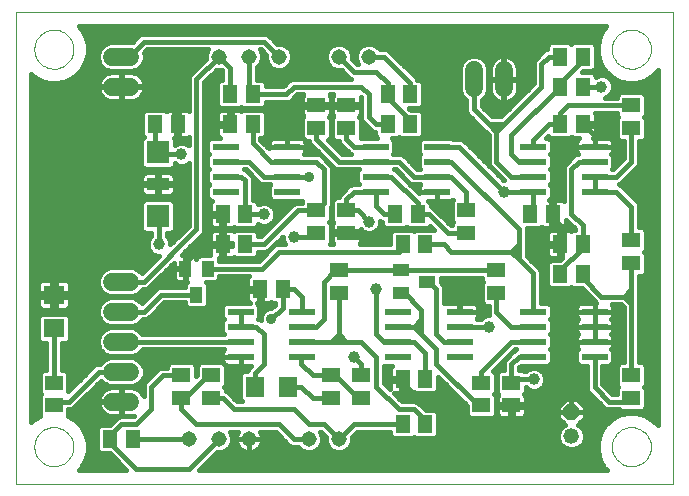
<source format=gtl>
G75*
G70*
%OFA0B0*%
%FSLAX24Y24*%
%IPPOS*%
%LPD*%
%AMOC8*
5,1,8,0,0,1.08239X$1,22.5*
%
%ADD10C,0.0000*%
%ADD11R,0.0866X0.0236*%
%ADD12R,0.0591X0.0512*%
%ADD13R,0.0512X0.0591*%
%ADD14R,0.0630X0.0709*%
%ADD15R,0.0551X0.0394*%
%ADD16C,0.0594*%
%ADD17R,0.0394X0.0551*%
%ADD18C,0.0515*%
%ADD19R,0.0748X0.0748*%
%ADD20R,0.0748X0.0433*%
%ADD21R,0.0748X0.2638*%
%ADD22OC8,0.0520*%
%ADD23C,0.0520*%
%ADD24R,0.0710X0.0630*%
%ADD25C,0.0160*%
%ADD26C,0.0396*%
%ADD27C,0.0360*%
D10*
X000180Y000180D02*
X000180Y015926D01*
X022050Y015926D01*
X022050Y000180D01*
X000180Y000180D01*
X000780Y001430D02*
X000782Y001480D01*
X000788Y001530D01*
X000798Y001580D01*
X000811Y001628D01*
X000828Y001676D01*
X000849Y001722D01*
X000873Y001766D01*
X000901Y001808D01*
X000932Y001848D01*
X000966Y001885D01*
X001003Y001920D01*
X001042Y001951D01*
X001083Y001980D01*
X001127Y002005D01*
X001173Y002027D01*
X001220Y002045D01*
X001268Y002059D01*
X001317Y002070D01*
X001367Y002077D01*
X001417Y002080D01*
X001468Y002079D01*
X001518Y002074D01*
X001568Y002065D01*
X001616Y002053D01*
X001664Y002036D01*
X001710Y002016D01*
X001755Y001993D01*
X001798Y001966D01*
X001838Y001936D01*
X001876Y001903D01*
X001911Y001867D01*
X001944Y001828D01*
X001973Y001787D01*
X001999Y001744D01*
X002022Y001699D01*
X002041Y001652D01*
X002056Y001604D01*
X002068Y001555D01*
X002076Y001505D01*
X002080Y001455D01*
X002080Y001405D01*
X002076Y001355D01*
X002068Y001305D01*
X002056Y001256D01*
X002041Y001208D01*
X002022Y001161D01*
X001999Y001116D01*
X001973Y001073D01*
X001944Y001032D01*
X001911Y000993D01*
X001876Y000957D01*
X001838Y000924D01*
X001798Y000894D01*
X001755Y000867D01*
X001710Y000844D01*
X001664Y000824D01*
X001616Y000807D01*
X001568Y000795D01*
X001518Y000786D01*
X001468Y000781D01*
X001417Y000780D01*
X001367Y000783D01*
X001317Y000790D01*
X001268Y000801D01*
X001220Y000815D01*
X001173Y000833D01*
X001127Y000855D01*
X001083Y000880D01*
X001042Y000909D01*
X001003Y000940D01*
X000966Y000975D01*
X000932Y001012D01*
X000901Y001052D01*
X000873Y001094D01*
X000849Y001138D01*
X000828Y001184D01*
X000811Y001232D01*
X000798Y001280D01*
X000788Y001330D01*
X000782Y001380D01*
X000780Y001430D01*
X000780Y014680D02*
X000782Y014730D01*
X000788Y014780D01*
X000798Y014830D01*
X000811Y014878D01*
X000828Y014926D01*
X000849Y014972D01*
X000873Y015016D01*
X000901Y015058D01*
X000932Y015098D01*
X000966Y015135D01*
X001003Y015170D01*
X001042Y015201D01*
X001083Y015230D01*
X001127Y015255D01*
X001173Y015277D01*
X001220Y015295D01*
X001268Y015309D01*
X001317Y015320D01*
X001367Y015327D01*
X001417Y015330D01*
X001468Y015329D01*
X001518Y015324D01*
X001568Y015315D01*
X001616Y015303D01*
X001664Y015286D01*
X001710Y015266D01*
X001755Y015243D01*
X001798Y015216D01*
X001838Y015186D01*
X001876Y015153D01*
X001911Y015117D01*
X001944Y015078D01*
X001973Y015037D01*
X001999Y014994D01*
X002022Y014949D01*
X002041Y014902D01*
X002056Y014854D01*
X002068Y014805D01*
X002076Y014755D01*
X002080Y014705D01*
X002080Y014655D01*
X002076Y014605D01*
X002068Y014555D01*
X002056Y014506D01*
X002041Y014458D01*
X002022Y014411D01*
X001999Y014366D01*
X001973Y014323D01*
X001944Y014282D01*
X001911Y014243D01*
X001876Y014207D01*
X001838Y014174D01*
X001798Y014144D01*
X001755Y014117D01*
X001710Y014094D01*
X001664Y014074D01*
X001616Y014057D01*
X001568Y014045D01*
X001518Y014036D01*
X001468Y014031D01*
X001417Y014030D01*
X001367Y014033D01*
X001317Y014040D01*
X001268Y014051D01*
X001220Y014065D01*
X001173Y014083D01*
X001127Y014105D01*
X001083Y014130D01*
X001042Y014159D01*
X001003Y014190D01*
X000966Y014225D01*
X000932Y014262D01*
X000901Y014302D01*
X000873Y014344D01*
X000849Y014388D01*
X000828Y014434D01*
X000811Y014482D01*
X000798Y014530D01*
X000788Y014580D01*
X000782Y014630D01*
X000780Y014680D01*
X020030Y014680D02*
X020032Y014730D01*
X020038Y014780D01*
X020048Y014830D01*
X020061Y014878D01*
X020078Y014926D01*
X020099Y014972D01*
X020123Y015016D01*
X020151Y015058D01*
X020182Y015098D01*
X020216Y015135D01*
X020253Y015170D01*
X020292Y015201D01*
X020333Y015230D01*
X020377Y015255D01*
X020423Y015277D01*
X020470Y015295D01*
X020518Y015309D01*
X020567Y015320D01*
X020617Y015327D01*
X020667Y015330D01*
X020718Y015329D01*
X020768Y015324D01*
X020818Y015315D01*
X020866Y015303D01*
X020914Y015286D01*
X020960Y015266D01*
X021005Y015243D01*
X021048Y015216D01*
X021088Y015186D01*
X021126Y015153D01*
X021161Y015117D01*
X021194Y015078D01*
X021223Y015037D01*
X021249Y014994D01*
X021272Y014949D01*
X021291Y014902D01*
X021306Y014854D01*
X021318Y014805D01*
X021326Y014755D01*
X021330Y014705D01*
X021330Y014655D01*
X021326Y014605D01*
X021318Y014555D01*
X021306Y014506D01*
X021291Y014458D01*
X021272Y014411D01*
X021249Y014366D01*
X021223Y014323D01*
X021194Y014282D01*
X021161Y014243D01*
X021126Y014207D01*
X021088Y014174D01*
X021048Y014144D01*
X021005Y014117D01*
X020960Y014094D01*
X020914Y014074D01*
X020866Y014057D01*
X020818Y014045D01*
X020768Y014036D01*
X020718Y014031D01*
X020667Y014030D01*
X020617Y014033D01*
X020567Y014040D01*
X020518Y014051D01*
X020470Y014065D01*
X020423Y014083D01*
X020377Y014105D01*
X020333Y014130D01*
X020292Y014159D01*
X020253Y014190D01*
X020216Y014225D01*
X020182Y014262D01*
X020151Y014302D01*
X020123Y014344D01*
X020099Y014388D01*
X020078Y014434D01*
X020061Y014482D01*
X020048Y014530D01*
X020038Y014580D01*
X020032Y014630D01*
X020030Y014680D01*
X020030Y001430D02*
X020032Y001480D01*
X020038Y001530D01*
X020048Y001580D01*
X020061Y001628D01*
X020078Y001676D01*
X020099Y001722D01*
X020123Y001766D01*
X020151Y001808D01*
X020182Y001848D01*
X020216Y001885D01*
X020253Y001920D01*
X020292Y001951D01*
X020333Y001980D01*
X020377Y002005D01*
X020423Y002027D01*
X020470Y002045D01*
X020518Y002059D01*
X020567Y002070D01*
X020617Y002077D01*
X020667Y002080D01*
X020718Y002079D01*
X020768Y002074D01*
X020818Y002065D01*
X020866Y002053D01*
X020914Y002036D01*
X020960Y002016D01*
X021005Y001993D01*
X021048Y001966D01*
X021088Y001936D01*
X021126Y001903D01*
X021161Y001867D01*
X021194Y001828D01*
X021223Y001787D01*
X021249Y001744D01*
X021272Y001699D01*
X021291Y001652D01*
X021306Y001604D01*
X021318Y001555D01*
X021326Y001505D01*
X021330Y001455D01*
X021330Y001405D01*
X021326Y001355D01*
X021318Y001305D01*
X021306Y001256D01*
X021291Y001208D01*
X021272Y001161D01*
X021249Y001116D01*
X021223Y001073D01*
X021194Y001032D01*
X021161Y000993D01*
X021126Y000957D01*
X021088Y000924D01*
X021048Y000894D01*
X021005Y000867D01*
X020960Y000844D01*
X020914Y000824D01*
X020866Y000807D01*
X020818Y000795D01*
X020768Y000786D01*
X020718Y000781D01*
X020667Y000780D01*
X020617Y000783D01*
X020567Y000790D01*
X020518Y000801D01*
X020470Y000815D01*
X020423Y000833D01*
X020377Y000855D01*
X020333Y000880D01*
X020292Y000909D01*
X020253Y000940D01*
X020216Y000975D01*
X020182Y001012D01*
X020151Y001052D01*
X020123Y001094D01*
X020099Y001138D01*
X020078Y001184D01*
X020061Y001232D01*
X020048Y001280D01*
X020038Y001330D01*
X020032Y001380D01*
X020030Y001430D01*
D11*
X019454Y004430D03*
X019454Y004930D03*
X019454Y005430D03*
X019454Y005930D03*
X017406Y005930D03*
X017406Y005430D03*
X017406Y004930D03*
X017406Y004430D03*
X014954Y004430D03*
X014954Y004930D03*
X014954Y005430D03*
X014954Y005930D03*
X012906Y005930D03*
X012906Y005430D03*
X012906Y004930D03*
X012906Y004430D03*
X009704Y004430D03*
X009704Y004930D03*
X009704Y005430D03*
X009704Y005930D03*
X007656Y005930D03*
X007656Y005430D03*
X007656Y004930D03*
X007656Y004430D03*
X007156Y009930D03*
X007156Y010430D03*
X007156Y010930D03*
X007156Y011430D03*
X009204Y011430D03*
X009204Y010930D03*
X009204Y010430D03*
X009204Y009930D03*
X012156Y009930D03*
X012156Y010430D03*
X012156Y010930D03*
X012156Y011430D03*
X014204Y011430D03*
X014204Y010930D03*
X014204Y010430D03*
X014204Y009930D03*
X017406Y009930D03*
X017406Y010430D03*
X017406Y010930D03*
X017406Y011430D03*
X019454Y011430D03*
X019454Y010930D03*
X019454Y010430D03*
X019454Y009930D03*
D12*
X020680Y008304D03*
X020680Y007556D03*
X016180Y007304D03*
X016180Y006556D03*
X015180Y008556D03*
X015180Y009304D03*
X011180Y009304D03*
X011180Y008556D03*
X010180Y008556D03*
X010180Y009304D03*
X010930Y007304D03*
X010930Y006556D03*
X010680Y003804D03*
X011680Y003804D03*
X011680Y003056D03*
X010680Y003056D03*
X006680Y003056D03*
X006680Y003804D03*
X005680Y003804D03*
X005680Y003056D03*
X001430Y002806D03*
X001430Y003554D03*
X010180Y012056D03*
X010180Y012804D03*
X011180Y012804D03*
X011180Y012056D03*
X020680Y012056D03*
X020680Y012804D03*
X020680Y003804D03*
X020680Y003056D03*
X016680Y002806D03*
X016680Y003554D03*
X015680Y003554D03*
X015680Y002806D03*
D13*
X013804Y002180D03*
X013056Y002180D03*
X013056Y003680D03*
X013804Y003680D03*
X009054Y006680D03*
X008306Y006680D03*
X007804Y008180D03*
X007056Y008180D03*
X007056Y009180D03*
X007804Y009180D03*
X008054Y012180D03*
X007306Y012180D03*
X007306Y013180D03*
X008054Y013180D03*
X005554Y012180D03*
X004806Y012180D03*
X012556Y012180D03*
X013304Y012180D03*
X013304Y013180D03*
X012556Y013180D03*
X012806Y009180D03*
X013554Y009180D03*
X013804Y008180D03*
X013056Y008180D03*
X017306Y009180D03*
X018054Y009180D03*
X018306Y008180D03*
X019054Y008180D03*
X019054Y007180D03*
X018306Y007180D03*
X018306Y012180D03*
X019054Y012180D03*
X019054Y013430D03*
X018306Y013430D03*
X018306Y014430D03*
X019054Y014430D03*
X004054Y001680D03*
X003306Y001680D03*
D14*
X008129Y003430D03*
X009231Y003430D03*
D15*
X012997Y006556D03*
X013863Y006930D03*
X012997Y007304D03*
D16*
X015430Y013383D02*
X015430Y013977D01*
X016430Y013977D02*
X016430Y013383D01*
X003977Y013430D02*
X003383Y013430D01*
X003383Y014430D02*
X003977Y014430D01*
X003977Y006930D02*
X003383Y006930D01*
X003383Y005930D02*
X003977Y005930D01*
X003977Y004930D02*
X003383Y004930D01*
X003383Y003930D02*
X003977Y003930D01*
X003977Y002930D02*
X003383Y002930D01*
D17*
X006180Y006497D03*
X005806Y007363D03*
X006554Y007363D03*
D18*
X006930Y001680D03*
X007930Y001680D03*
X005930Y001680D03*
X009930Y001680D03*
X010930Y001680D03*
X010930Y014430D03*
X011930Y014430D03*
X008930Y014430D03*
X007930Y014430D03*
X006930Y014430D03*
D19*
X004900Y011243D03*
X004900Y009117D03*
D20*
X004900Y010180D03*
D21*
X002460Y010180D03*
D22*
X018680Y002580D03*
D23*
X018680Y001780D03*
D24*
X001430Y005370D03*
X001430Y006490D03*
D25*
X001430Y007180D01*
X001353Y006985D02*
X001051Y006985D01*
X001006Y006973D01*
X000965Y006949D01*
X000931Y006915D01*
X000907Y006874D01*
X000895Y006829D01*
X000895Y006567D01*
X001353Y006567D01*
X001353Y006985D01*
X001353Y006837D02*
X001507Y006837D01*
X001507Y006985D02*
X001507Y006567D01*
X001353Y006567D01*
X001353Y006412D01*
X001507Y006412D01*
X001507Y005995D01*
X001809Y005995D01*
X001854Y006007D01*
X001895Y006031D01*
X001929Y006064D01*
X001953Y006105D01*
X001965Y006151D01*
X001965Y006412D01*
X001507Y006412D01*
X001507Y006567D01*
X001965Y006567D01*
X001965Y006829D01*
X001953Y006874D01*
X001929Y006915D01*
X001895Y006949D01*
X001854Y006973D01*
X001809Y006985D01*
X001507Y006985D01*
X001507Y006679D02*
X001353Y006679D01*
X001353Y006520D02*
X000660Y006520D01*
X000660Y006362D02*
X000895Y006362D01*
X000895Y006412D02*
X000895Y006151D01*
X000907Y006105D01*
X000931Y006064D01*
X000965Y006031D01*
X001006Y006007D01*
X001051Y005995D01*
X001353Y005995D01*
X001353Y006412D01*
X000895Y006412D01*
X000895Y006203D02*
X000660Y006203D01*
X000660Y006045D02*
X000951Y006045D01*
X001001Y005865D02*
X000895Y005760D01*
X000895Y004981D01*
X001001Y004875D01*
X001170Y004875D01*
X001170Y003990D01*
X001060Y003990D01*
X000955Y003884D01*
X000955Y003224D01*
X000998Y003180D01*
X000955Y003136D01*
X000955Y002476D01*
X000964Y002466D01*
X000736Y002334D01*
X000660Y002258D01*
X000660Y013852D01*
X000736Y013776D01*
X000994Y013627D01*
X001281Y013550D01*
X001579Y013550D01*
X001866Y013627D01*
X002124Y013776D01*
X002334Y013986D01*
X002483Y014244D01*
X002560Y014531D01*
X002560Y014829D01*
X002483Y015116D01*
X002334Y015374D01*
X002262Y015446D01*
X019848Y015446D01*
X019776Y015374D01*
X019627Y015116D01*
X019550Y014829D01*
X019550Y014531D01*
X019627Y014244D01*
X019776Y013986D01*
X019986Y013776D01*
X020244Y013627D01*
X020531Y013550D01*
X020829Y013550D01*
X021116Y013627D01*
X021374Y013776D01*
X021570Y013972D01*
X021570Y002138D01*
X021374Y002334D01*
X021116Y002483D01*
X020829Y002560D01*
X020531Y002560D01*
X020244Y002483D01*
X019986Y002334D01*
X019776Y002124D01*
X019627Y001866D01*
X019550Y001579D01*
X019550Y001281D01*
X019627Y000994D01*
X019776Y000736D01*
X019852Y000660D01*
X006278Y000660D01*
X006860Y001243D01*
X007017Y001243D01*
X007178Y001309D01*
X007301Y001432D01*
X007367Y001593D01*
X007367Y001767D01*
X007304Y001920D01*
X007564Y001920D01*
X007556Y001909D01*
X007525Y001848D01*
X007503Y001782D01*
X007493Y001714D01*
X007493Y001680D01*
X007493Y001646D01*
X007503Y001578D01*
X007525Y001512D01*
X007556Y001451D01*
X007596Y001395D01*
X007645Y001346D01*
X007701Y001306D01*
X007762Y001275D01*
X007828Y001253D01*
X007896Y001243D01*
X007930Y001243D01*
X007964Y001243D01*
X008032Y001253D01*
X008098Y001275D01*
X008159Y001306D01*
X008215Y001346D01*
X008264Y001395D01*
X008304Y001451D01*
X008335Y001512D01*
X008357Y001578D01*
X008367Y001646D01*
X008367Y001680D01*
X007930Y001680D01*
X008367Y001680D01*
X008367Y001714D01*
X008357Y001782D01*
X008335Y001848D01*
X008304Y001909D01*
X008296Y001920D01*
X008822Y001920D01*
X009210Y001533D01*
X009283Y001460D01*
X009378Y001420D01*
X009571Y001420D01*
X009682Y001309D01*
X009843Y001243D01*
X010017Y001243D01*
X010178Y001309D01*
X010301Y001432D01*
X010367Y001593D01*
X010367Y001767D01*
X010304Y001920D01*
X010322Y001920D01*
X010493Y001750D01*
X010493Y001593D01*
X010559Y001432D01*
X010682Y001309D01*
X010843Y001243D01*
X011017Y001243D01*
X011178Y001309D01*
X011301Y001432D01*
X011367Y001593D01*
X011367Y001750D01*
X011538Y001920D01*
X012620Y001920D01*
X012620Y001810D01*
X012726Y001705D01*
X013386Y001705D01*
X013430Y001748D01*
X013474Y001705D01*
X014134Y001705D01*
X014240Y001810D01*
X014240Y002550D01*
X014134Y002655D01*
X013822Y002655D01*
X013650Y002827D01*
X013577Y002900D01*
X013482Y002940D01*
X013038Y002940D01*
X012772Y003206D01*
X012776Y003205D01*
X013008Y003205D01*
X013008Y003632D01*
X013104Y003632D01*
X013104Y003205D01*
X013336Y003205D01*
X013381Y003217D01*
X013422Y003241D01*
X013430Y003248D01*
X013474Y003205D01*
X014134Y003205D01*
X014240Y003310D01*
X014240Y003752D01*
X015205Y002788D01*
X015205Y002476D01*
X015310Y002370D01*
X016050Y002370D01*
X016155Y002476D01*
X016155Y003136D01*
X016112Y003180D01*
X016155Y003224D01*
X016155Y003884D01*
X016079Y003961D01*
X016788Y004670D01*
X016830Y004670D01*
X016783Y004650D01*
X016710Y004577D01*
X016460Y004327D01*
X016420Y004232D01*
X016420Y003990D01*
X016310Y003990D01*
X016205Y003884D01*
X016205Y003224D01*
X016248Y003180D01*
X016241Y003172D01*
X016217Y003131D01*
X016205Y003086D01*
X016205Y002854D01*
X016632Y002854D01*
X016632Y002758D01*
X016205Y002758D01*
X016205Y002526D01*
X016217Y002481D01*
X016241Y002440D01*
X016274Y002406D01*
X016315Y002382D01*
X016361Y002370D01*
X016632Y002370D01*
X016632Y002758D01*
X016728Y002758D01*
X016728Y002854D01*
X017155Y002854D01*
X017155Y003086D01*
X017143Y003131D01*
X017119Y003172D01*
X017112Y003180D01*
X017155Y003224D01*
X017155Y003420D01*
X017216Y003359D01*
X017355Y003302D01*
X017505Y003302D01*
X017644Y003359D01*
X017751Y003466D01*
X017808Y003605D01*
X017808Y003755D01*
X017751Y003894D01*
X017644Y004001D01*
X017505Y004058D01*
X017355Y004058D01*
X017216Y004001D01*
X017155Y003940D01*
X017100Y003940D01*
X017050Y003990D01*
X016940Y003990D01*
X016940Y004072D01*
X017000Y004132D01*
X017914Y004132D01*
X018019Y004237D01*
X018019Y004623D01*
X017962Y004680D01*
X018019Y004737D01*
X018019Y005123D01*
X017962Y005180D01*
X018019Y005237D01*
X018019Y005623D01*
X017962Y005680D01*
X018019Y005737D01*
X018019Y006123D01*
X017914Y006228D01*
X017666Y006228D01*
X017666Y007255D01*
X017627Y007351D01*
X017190Y007788D01*
X017898Y007788D01*
X017906Y007774D02*
X017940Y007741D01*
X017981Y007717D01*
X018026Y007705D01*
X018258Y007705D01*
X018258Y008132D01*
X018354Y008132D01*
X018354Y007722D01*
X018288Y007655D01*
X017976Y007655D01*
X017870Y007550D01*
X017870Y006810D01*
X017976Y006705D01*
X018636Y006705D01*
X018680Y006748D01*
X018724Y006705D01*
X019038Y006705D01*
X019460Y006283D01*
X019514Y006228D01*
X019454Y006228D01*
X019454Y005930D01*
X020067Y005930D01*
X020067Y006072D01*
X020054Y006118D01*
X020031Y006159D01*
X020019Y006170D01*
X020322Y006170D01*
X020420Y006072D01*
X020420Y004240D01*
X020310Y004240D01*
X020205Y004134D01*
X020205Y003474D01*
X020248Y003430D01*
X020205Y003386D01*
X020205Y003190D01*
X020038Y003190D01*
X019714Y003514D01*
X019714Y004132D01*
X019961Y004132D01*
X020067Y004237D01*
X020067Y004623D01*
X020009Y004680D01*
X020031Y004701D01*
X020054Y004742D01*
X020067Y004788D01*
X020067Y004930D01*
X020067Y005072D01*
X020054Y005118D01*
X020031Y005159D01*
X020009Y005180D01*
X020031Y005201D01*
X020054Y005242D01*
X020067Y005288D01*
X020067Y005430D01*
X020067Y005572D01*
X020054Y005618D01*
X020031Y005659D01*
X020009Y005680D01*
X020031Y005701D01*
X020054Y005742D01*
X020067Y005788D01*
X020067Y005930D01*
X019454Y005930D01*
X019454Y005930D01*
X019454Y005632D01*
X019454Y005430D01*
X020067Y005430D01*
X019454Y005430D01*
X019454Y005430D01*
X019454Y005132D01*
X019454Y004930D01*
X020067Y004930D01*
X019454Y004930D01*
X019454Y004930D01*
X019454Y004930D01*
X018930Y004930D01*
X018430Y004430D01*
X018430Y003680D01*
X017556Y002806D01*
X016680Y002806D01*
X016728Y002758D02*
X016728Y002370D01*
X016999Y002370D01*
X017045Y002382D01*
X017086Y002406D01*
X017119Y002440D01*
X017143Y002481D01*
X017155Y002526D01*
X017155Y002758D01*
X016728Y002758D01*
X016728Y002716D02*
X016632Y002716D01*
X016632Y002558D02*
X016728Y002558D01*
X016728Y002399D02*
X016632Y002399D01*
X016286Y002399D02*
X016079Y002399D01*
X016155Y002558D02*
X016205Y002558D01*
X016205Y002716D02*
X016155Y002716D01*
X016155Y002875D02*
X016205Y002875D01*
X016205Y003033D02*
X016155Y003033D01*
X016123Y003192D02*
X016237Y003192D01*
X016205Y003350D02*
X016155Y003350D01*
X016155Y003509D02*
X016205Y003509D01*
X016205Y003667D02*
X016155Y003667D01*
X016155Y003826D02*
X016205Y003826D01*
X016304Y003984D02*
X016102Y003984D01*
X016260Y004143D02*
X016420Y004143D01*
X016419Y004301D02*
X016449Y004301D01*
X016577Y004460D02*
X016592Y004460D01*
X016736Y004618D02*
X016750Y004618D01*
X016930Y004430D02*
X017406Y004430D01*
X017430Y004430D01*
X016930Y004430D02*
X016680Y004180D01*
X016680Y003554D01*
X016806Y003680D01*
X017430Y003680D01*
X017779Y003826D02*
X019194Y003826D01*
X019194Y003984D02*
X017661Y003984D01*
X017925Y004143D02*
X018935Y004143D01*
X018946Y004132D02*
X019194Y004132D01*
X019194Y003355D01*
X019233Y003259D01*
X019306Y003186D01*
X019783Y002710D01*
X019878Y002670D01*
X020260Y002670D01*
X020310Y002620D01*
X021050Y002620D01*
X021155Y002726D01*
X021155Y003386D01*
X021112Y003430D01*
X021155Y003474D01*
X021155Y004134D01*
X021050Y004240D01*
X020940Y004240D01*
X020940Y007120D01*
X021050Y007120D01*
X021155Y007226D01*
X021155Y007886D01*
X021112Y007930D01*
X021155Y007974D01*
X021155Y008634D01*
X021050Y008740D01*
X020940Y008740D01*
X020940Y009482D01*
X020900Y009577D01*
X020400Y010077D01*
X020327Y010150D01*
X020256Y010180D01*
X020327Y010210D01*
X020400Y010283D01*
X020900Y010783D01*
X020940Y010878D01*
X020940Y011620D01*
X021050Y011620D01*
X021155Y011726D01*
X021155Y012386D01*
X021112Y012430D01*
X021155Y012474D01*
X021155Y013134D01*
X021050Y013240D01*
X020310Y013240D01*
X020205Y013134D01*
X020205Y013064D01*
X019784Y013064D01*
X019894Y013109D01*
X020001Y013216D01*
X020058Y013355D01*
X020058Y013505D01*
X020001Y013644D01*
X019894Y013751D01*
X019755Y013808D01*
X019605Y013808D01*
X019490Y013761D01*
X019490Y013800D01*
X019384Y013905D01*
X019023Y013905D01*
X019072Y013955D01*
X019384Y013955D01*
X019490Y014060D01*
X019490Y014800D01*
X019384Y014905D01*
X018724Y014905D01*
X018680Y014862D01*
X018636Y014905D01*
X017976Y014905D01*
X017870Y014800D01*
X017870Y014687D01*
X017783Y014650D01*
X017710Y014577D01*
X017460Y014327D01*
X017420Y014232D01*
X017420Y013538D01*
X016322Y012440D01*
X016038Y012440D01*
X015690Y012788D01*
X015690Y012975D01*
X015700Y012979D01*
X015834Y013113D01*
X015907Y013288D01*
X015907Y014072D01*
X015834Y014247D01*
X015700Y014381D01*
X015525Y014454D01*
X015335Y014454D01*
X015160Y014381D01*
X015026Y014247D01*
X014953Y014072D01*
X014953Y013288D01*
X015026Y013113D01*
X015160Y012979D01*
X015170Y012975D01*
X015170Y012628D01*
X015210Y012533D01*
X015710Y012033D01*
X015783Y011960D01*
X015920Y011822D01*
X015920Y010878D01*
X015960Y010783D01*
X016033Y010710D01*
X016434Y010308D01*
X016420Y010308D01*
X015150Y011577D01*
X015077Y011650D01*
X014982Y011690D01*
X014749Y011690D01*
X014711Y011728D01*
X013696Y011728D01*
X013591Y011623D01*
X013591Y011237D01*
X013648Y011180D01*
X013591Y011123D01*
X013591Y010737D01*
X013638Y010690D01*
X013538Y010690D01*
X013150Y011077D01*
X013150Y011077D01*
X013077Y011150D01*
X012982Y011190D01*
X012722Y011190D01*
X012769Y011237D01*
X012769Y011623D01*
X012687Y011705D01*
X012886Y011705D01*
X012930Y011748D01*
X012974Y011705D01*
X013634Y011705D01*
X013740Y011810D01*
X013740Y012550D01*
X013634Y012655D01*
X013322Y012655D01*
X013273Y012705D01*
X013634Y012705D01*
X013740Y012810D01*
X013740Y013550D01*
X013634Y013655D01*
X013544Y013655D01*
X013524Y013703D01*
X013451Y013776D01*
X012577Y014650D01*
X012482Y014690D01*
X012289Y014690D01*
X012178Y014801D01*
X012017Y014867D01*
X011843Y014867D01*
X011682Y014801D01*
X011559Y014678D01*
X011493Y014517D01*
X011493Y014343D01*
X011556Y014190D01*
X011538Y014190D01*
X011367Y014360D01*
X011367Y014517D01*
X011301Y014678D01*
X011178Y014801D01*
X011017Y014867D01*
X010843Y014867D01*
X010682Y014801D01*
X010559Y014678D01*
X010493Y014517D01*
X010493Y014343D01*
X010559Y014182D01*
X010682Y014059D01*
X010843Y013993D01*
X011000Y013993D01*
X011210Y013783D01*
X011283Y013710D01*
X011330Y013690D01*
X009378Y013690D01*
X009283Y013650D01*
X009210Y013577D01*
X009072Y013440D01*
X008490Y013440D01*
X008490Y013550D01*
X008384Y013655D01*
X008190Y013655D01*
X008190Y014071D01*
X008301Y014182D01*
X008367Y014343D01*
X008367Y014517D01*
X008304Y014670D01*
X008322Y014670D01*
X008493Y014500D01*
X008493Y014343D01*
X008559Y014182D01*
X008682Y014059D01*
X008843Y013993D01*
X009017Y013993D01*
X009178Y014059D01*
X009301Y014182D01*
X009367Y014343D01*
X009367Y014517D01*
X009301Y014678D01*
X009178Y014801D01*
X009017Y014867D01*
X008860Y014867D01*
X008650Y015077D01*
X008577Y015150D01*
X008482Y015190D01*
X004378Y015190D01*
X004283Y015150D01*
X004039Y014907D01*
X003288Y014907D01*
X003113Y014834D01*
X002979Y014700D01*
X002906Y014525D01*
X002906Y014335D01*
X002979Y014160D01*
X003113Y014026D01*
X003288Y013953D01*
X004072Y013953D01*
X004247Y014026D01*
X004381Y014160D01*
X004454Y014335D01*
X004454Y014525D01*
X004436Y014568D01*
X004538Y014670D01*
X006556Y014670D01*
X006493Y014517D01*
X006493Y014360D01*
X005960Y013827D01*
X005920Y013732D01*
X005920Y012620D01*
X005879Y012643D01*
X005834Y012655D01*
X005602Y012655D01*
X005602Y012228D01*
X005506Y012228D01*
X005506Y012655D01*
X005274Y012655D01*
X005229Y012643D01*
X005188Y012619D01*
X005180Y012612D01*
X005136Y012655D01*
X004476Y012655D01*
X004370Y012550D01*
X004370Y011810D01*
X004418Y011763D01*
X004346Y011692D01*
X004346Y010794D01*
X004452Y010689D01*
X005349Y010689D01*
X005454Y010794D01*
X005454Y010871D01*
X005466Y010859D01*
X005605Y010802D01*
X005755Y010802D01*
X005894Y010859D01*
X005920Y010885D01*
X005920Y008788D01*
X005308Y008176D01*
X005308Y008255D01*
X005251Y008394D01*
X005190Y008455D01*
X005190Y008563D01*
X005349Y008563D01*
X005454Y008668D01*
X005454Y009566D01*
X005349Y009671D01*
X004452Y009671D01*
X004346Y009566D01*
X004346Y008668D01*
X004452Y008563D01*
X004670Y008563D01*
X004670Y008455D01*
X004609Y008394D01*
X004552Y008255D01*
X004552Y008105D01*
X000660Y008105D01*
X000660Y007947D02*
X004629Y007947D01*
X004609Y007966D02*
X004716Y007859D01*
X004855Y007802D01*
X004934Y007802D01*
X004357Y007224D01*
X004247Y007334D01*
X004072Y007407D01*
X003288Y007407D01*
X003113Y007334D01*
X002979Y007200D01*
X002906Y007025D01*
X002906Y006835D01*
X002979Y006660D01*
X003113Y006526D01*
X003288Y006453D01*
X004072Y006453D01*
X004247Y006526D01*
X004381Y006660D01*
X004385Y006670D01*
X004482Y006670D01*
X004577Y006710D01*
X005429Y007561D01*
X005429Y007381D01*
X005788Y007381D01*
X005788Y007345D01*
X005824Y007345D01*
X005824Y006907D01*
X005864Y006907D01*
X005803Y006847D01*
X005803Y006757D01*
X004945Y006757D01*
X004850Y006717D01*
X004357Y006224D01*
X004247Y006334D01*
X004072Y006407D01*
X003288Y006407D01*
X003113Y006334D01*
X002979Y006200D01*
X002906Y006025D01*
X002906Y005835D01*
X002979Y005660D01*
X003113Y005526D01*
X003288Y005453D01*
X004072Y005453D01*
X004247Y005526D01*
X004381Y005660D01*
X004385Y005670D01*
X004482Y005670D01*
X004577Y005710D01*
X004650Y005783D01*
X005105Y006237D01*
X005803Y006237D01*
X005803Y006147D01*
X005909Y006041D01*
X006451Y006041D01*
X006557Y006147D01*
X006557Y006847D01*
X006496Y006907D01*
X006825Y006907D01*
X006931Y007013D01*
X006931Y007103D01*
X007923Y007103D01*
X007906Y007086D01*
X007882Y007045D01*
X007870Y006999D01*
X007870Y006728D01*
X008258Y006728D01*
X008258Y006632D01*
X008354Y006632D01*
X008354Y006205D01*
X008586Y006205D01*
X008631Y006217D01*
X008672Y006241D01*
X008680Y006248D01*
X008724Y006205D01*
X008794Y006205D01*
X008794Y006162D01*
X008672Y006040D01*
X008608Y006040D01*
X008476Y005985D01*
X008375Y005884D01*
X008320Y005752D01*
X008320Y005653D01*
X008232Y005690D01*
X008222Y005690D01*
X008269Y005737D01*
X008269Y006123D01*
X008187Y006205D01*
X008258Y006205D01*
X008258Y006632D01*
X007870Y006632D01*
X007870Y006361D01*
X007882Y006315D01*
X007906Y006274D01*
X007940Y006241D01*
X007961Y006228D01*
X007149Y006228D01*
X007043Y006123D01*
X007043Y005737D01*
X007101Y005680D01*
X007043Y005623D01*
X007043Y005237D01*
X007091Y005190D01*
X004385Y005190D01*
X004381Y005200D01*
X004247Y005334D01*
X004072Y005407D01*
X003288Y005407D01*
X003113Y005334D01*
X002979Y005200D01*
X002906Y005025D01*
X002906Y004835D01*
X002979Y004660D01*
X003113Y004526D01*
X003288Y004453D01*
X004072Y004453D01*
X004247Y004526D01*
X004381Y004660D01*
X004385Y004670D01*
X007091Y004670D01*
X007079Y004659D01*
X007056Y004618D01*
X004339Y004618D01*
X004087Y004460D02*
X007043Y004460D01*
X007043Y004430D02*
X007656Y004430D01*
X007043Y004430D01*
X007043Y004572D01*
X007056Y004618D01*
X007043Y004430D02*
X007043Y004288D01*
X007056Y004242D01*
X007067Y004223D01*
X007050Y004240D01*
X006310Y004240D01*
X006205Y004134D01*
X006205Y003822D01*
X006155Y003773D01*
X006155Y004134D01*
X006050Y004240D01*
X005310Y004240D01*
X005205Y004134D01*
X005205Y004064D01*
X005002Y004064D01*
X004907Y004024D01*
X004533Y003650D01*
X004460Y003577D01*
X004420Y003482D01*
X004420Y003109D01*
X004419Y003113D01*
X004385Y003180D01*
X004341Y003241D01*
X004287Y003294D01*
X004227Y003338D01*
X004160Y003372D01*
X004089Y003395D01*
X004014Y003407D01*
X003698Y003407D01*
X003698Y002948D01*
X003662Y002948D01*
X003662Y002912D01*
X003698Y002912D01*
X003698Y002453D01*
X004014Y002453D01*
X004089Y002465D01*
X004101Y002469D01*
X004072Y002440D01*
X003628Y002440D01*
X003533Y002400D01*
X003288Y002155D01*
X002976Y002155D01*
X002870Y002050D01*
X002870Y001310D01*
X002976Y001205D01*
X003288Y001205D01*
X003832Y000660D01*
X002258Y000660D01*
X002334Y000736D01*
X002483Y000994D01*
X002560Y001281D01*
X002560Y001579D01*
X002483Y001866D01*
X002334Y002124D01*
X002124Y002334D01*
X001896Y002466D01*
X001905Y002476D01*
X001905Y002670D01*
X001982Y002670D01*
X002077Y002710D01*
X003003Y003636D01*
X003113Y003526D01*
X003288Y003453D01*
X004072Y003453D01*
X004247Y003526D01*
X004381Y003660D01*
X004454Y003835D01*
X004454Y004025D01*
X004381Y004200D01*
X004247Y004334D01*
X004072Y004407D01*
X003288Y004407D01*
X003113Y004334D01*
X002979Y004200D01*
X002975Y004190D01*
X002878Y004190D01*
X002783Y004150D01*
X001905Y003273D01*
X001905Y003884D01*
X001800Y003990D01*
X001690Y003990D01*
X001690Y004875D01*
X001859Y004875D01*
X001965Y004981D01*
X001965Y005760D01*
X001859Y005865D01*
X001001Y005865D01*
X000895Y005728D02*
X000660Y005728D01*
X000660Y005886D02*
X002906Y005886D01*
X002914Y006045D02*
X001909Y006045D01*
X001965Y006203D02*
X002982Y006203D01*
X003179Y006362D02*
X001965Y006362D01*
X001965Y006679D02*
X002971Y006679D01*
X002906Y006837D02*
X001963Y006837D01*
X001507Y006520D02*
X003127Y006520D01*
X002906Y006996D02*
X000660Y006996D01*
X000660Y007154D02*
X002960Y007154D01*
X003091Y007313D02*
X000660Y007313D01*
X000660Y007471D02*
X004603Y007471D01*
X004445Y007313D02*
X004269Y007313D01*
X004430Y006930D02*
X006180Y008680D01*
X006180Y013680D01*
X006930Y014430D01*
X007306Y014054D01*
X007306Y013180D01*
X006870Y013177D02*
X006440Y013177D01*
X006440Y013019D02*
X006870Y013019D01*
X006870Y012860D02*
X006440Y012860D01*
X006440Y012702D02*
X009705Y012702D01*
X009705Y012756D02*
X009705Y012524D01*
X009717Y012479D01*
X009741Y012438D01*
X009748Y012430D01*
X009705Y012386D01*
X009705Y011726D01*
X009726Y011705D01*
X009706Y011716D01*
X009660Y011728D01*
X009204Y011728D01*
X009204Y011430D01*
X009817Y011430D01*
X009817Y011572D01*
X009804Y011618D01*
X009793Y011637D01*
X009810Y011620D01*
X009923Y011620D01*
X009960Y011533D01*
X010710Y010783D01*
X010783Y010710D01*
X010878Y010670D01*
X011591Y010670D01*
X011543Y010623D01*
X011543Y010237D01*
X011591Y010190D01*
X011378Y010190D01*
X011283Y010150D01*
X011033Y009900D01*
X010960Y009827D01*
X010923Y009740D01*
X010810Y009740D01*
X010705Y009634D01*
X010705Y008974D01*
X010748Y008930D01*
X010741Y008922D01*
X010717Y008881D01*
X010705Y008836D01*
X010705Y008604D01*
X011132Y008604D01*
X011132Y008508D01*
X010705Y008508D01*
X010705Y008276D01*
X010717Y008231D01*
X010740Y008190D01*
X010620Y008190D01*
X010655Y008226D01*
X010655Y008886D01*
X010612Y008930D01*
X010655Y008974D01*
X010655Y009418D01*
X010690Y009502D01*
X010690Y010732D01*
X010650Y010827D01*
X010577Y010900D01*
X010400Y011077D01*
X010327Y011150D01*
X010232Y011190D01*
X009769Y011190D01*
X009781Y011201D01*
X009804Y011242D01*
X009817Y011288D01*
X009817Y011430D01*
X009204Y011430D01*
X009204Y011430D01*
X009204Y011430D01*
X009204Y012454D01*
X009430Y012680D01*
X009554Y012804D01*
X010180Y012804D01*
X011180Y012804D01*
X011228Y012756D02*
X011228Y012852D01*
X011655Y012852D01*
X011655Y013084D01*
X011654Y013088D01*
X011670Y013072D01*
X011670Y012378D01*
X011710Y012283D01*
X011960Y012033D01*
X011960Y012033D01*
X012033Y011960D01*
X012120Y011923D01*
X012120Y011810D01*
X012202Y011728D01*
X011655Y011728D01*
X011655Y012386D01*
X011612Y012430D01*
X011619Y012438D01*
X011643Y012479D01*
X011655Y012524D01*
X011655Y012756D01*
X011228Y012756D01*
X011132Y012756D02*
X010705Y012756D01*
X010705Y012524D01*
X010717Y012479D01*
X010741Y012438D01*
X010748Y012430D01*
X010705Y012386D01*
X010705Y011726D01*
X010810Y011620D01*
X010923Y011620D01*
X010960Y011533D01*
X011033Y011460D01*
X011283Y011210D01*
X011330Y011190D01*
X011038Y011190D01*
X010579Y011649D01*
X010655Y011726D01*
X010655Y012386D01*
X010612Y012430D01*
X010619Y012438D01*
X010643Y012479D01*
X010655Y012524D01*
X010655Y012756D01*
X010228Y012756D01*
X010228Y012852D01*
X010655Y012852D01*
X010655Y013084D01*
X010643Y013129D01*
X010620Y013170D01*
X010740Y013170D01*
X010717Y013129D01*
X010705Y013084D01*
X010705Y012852D01*
X011132Y012852D01*
X011132Y012756D01*
X010705Y012702D02*
X010655Y012702D01*
X010655Y012860D02*
X010705Y012860D01*
X010705Y013019D02*
X010655Y013019D01*
X010655Y012543D02*
X010705Y012543D01*
X010705Y012385D02*
X010655Y012385D01*
X010655Y012226D02*
X010705Y012226D01*
X010705Y012068D02*
X010655Y012068D01*
X010655Y011909D02*
X010705Y011909D01*
X010705Y011751D02*
X010655Y011751D01*
X010636Y011592D02*
X010935Y011592D01*
X011059Y011434D02*
X010794Y011434D01*
X010953Y011275D02*
X011217Y011275D01*
X011430Y011430D02*
X011180Y011680D01*
X011180Y012056D01*
X011655Y012068D02*
X011925Y012068D01*
X011766Y012226D02*
X011655Y012226D01*
X011655Y012385D02*
X011670Y012385D01*
X011655Y012543D02*
X011670Y012543D01*
X011655Y012702D02*
X011670Y012702D01*
X011655Y012860D02*
X011670Y012860D01*
X011655Y013019D02*
X011670Y013019D01*
X011930Y013180D02*
X011930Y012430D01*
X012180Y012180D01*
X012556Y012180D01*
X012120Y011909D02*
X011655Y011909D01*
X011655Y011751D02*
X012180Y011751D01*
X012156Y011430D02*
X011430Y011430D01*
X010930Y010930D02*
X012156Y010930D01*
X012930Y010930D01*
X013430Y010430D01*
X014204Y010430D01*
X014680Y010430D01*
X015180Y009930D01*
X015180Y009304D01*
X014705Y009373D02*
X014105Y009373D01*
X014077Y009400D02*
X013990Y009437D01*
X013990Y009550D01*
X013908Y009632D01*
X014204Y009632D01*
X014660Y009632D01*
X014706Y009644D01*
X014726Y009655D01*
X014705Y009634D01*
X014705Y008974D01*
X014748Y008930D01*
X014705Y008886D01*
X014705Y008816D01*
X014662Y008816D01*
X014077Y009400D01*
X013990Y009532D02*
X014705Y009532D01*
X014430Y009430D02*
X014204Y009656D01*
X014204Y009930D01*
X014204Y009632D01*
X014204Y009930D01*
X014204Y009930D01*
X013591Y009930D01*
X013591Y009887D01*
X012900Y010577D01*
X012827Y010650D01*
X012780Y010670D01*
X012822Y010670D01*
X013283Y010210D01*
X013378Y010170D01*
X013482Y010170D01*
X013638Y010170D01*
X013627Y010159D01*
X013603Y010118D01*
X013591Y010072D01*
X013591Y009930D01*
X014204Y009930D01*
X014204Y009930D01*
X014204Y009849D02*
X014204Y009849D01*
X014204Y009690D02*
X014204Y009690D01*
X014263Y009215D02*
X014705Y009215D01*
X014705Y009056D02*
X014422Y009056D01*
X014580Y008898D02*
X014716Y008898D01*
X014554Y008556D02*
X013930Y009180D01*
X013554Y009180D01*
X013554Y009556D01*
X012680Y010430D01*
X012156Y010430D01*
X011543Y010483D02*
X010690Y010483D01*
X010690Y010641D02*
X011562Y010641D01*
X011543Y010324D02*
X010690Y010324D01*
X010690Y010166D02*
X011319Y010166D01*
X011139Y010007D02*
X010690Y010007D01*
X010690Y009849D02*
X010981Y009849D01*
X011180Y009680D02*
X011180Y009304D01*
X011556Y009304D01*
X011930Y008930D01*
X012074Y008581D02*
X012651Y008581D01*
X012620Y008550D02*
X012726Y008655D01*
X013386Y008655D01*
X013430Y008612D01*
X013474Y008655D01*
X014087Y008655D01*
X013961Y008781D01*
X013884Y008705D01*
X013224Y008705D01*
X013180Y008748D01*
X013136Y008705D01*
X012476Y008705D01*
X012370Y008810D01*
X012370Y008923D01*
X012308Y008949D01*
X012308Y008855D01*
X012251Y008716D01*
X012144Y008609D01*
X012005Y008552D01*
X011855Y008552D01*
X011716Y008609D01*
X011655Y008670D01*
X011655Y008604D01*
X011228Y008604D01*
X011228Y008508D01*
X011655Y008508D01*
X011655Y008276D01*
X011643Y008231D01*
X011620Y008190D01*
X012620Y008190D01*
X012620Y008550D01*
X012620Y008422D02*
X011655Y008422D01*
X011652Y008264D02*
X012620Y008264D01*
X013056Y008180D02*
X013180Y008180D01*
X012930Y007930D01*
X008930Y007930D01*
X008363Y007363D01*
X006554Y007363D01*
X006931Y007623D02*
X006931Y007705D01*
X007008Y007705D01*
X007008Y008132D01*
X007104Y008132D01*
X007368Y008132D01*
X007368Y008228D01*
X007104Y008228D01*
X007104Y008132D01*
X007104Y007705D01*
X007336Y007705D01*
X007381Y007717D01*
X007422Y007741D01*
X007430Y007748D01*
X007474Y007705D01*
X008134Y007705D01*
X008240Y007810D01*
X008240Y007920D01*
X008482Y007920D01*
X008577Y007960D01*
X009052Y008434D01*
X009052Y008355D01*
X009109Y008216D01*
X009135Y008190D01*
X008878Y008190D01*
X008783Y008150D01*
X008255Y007623D01*
X006931Y007623D01*
X006931Y007630D02*
X008262Y007630D01*
X008218Y007788D02*
X008420Y007788D01*
X008546Y007947D02*
X008579Y007947D01*
X008723Y008105D02*
X008737Y008105D01*
X008881Y008264D02*
X009090Y008264D01*
X009052Y008422D02*
X009040Y008422D01*
X009430Y008430D02*
X010054Y008430D01*
X010180Y008556D01*
X010655Y008581D02*
X011132Y008581D01*
X011180Y008556D02*
X011306Y008430D01*
X011930Y008430D01*
X011786Y008581D02*
X011228Y008581D01*
X010705Y008739D02*
X010655Y008739D01*
X010644Y008898D02*
X010726Y008898D01*
X010705Y009056D02*
X010655Y009056D01*
X010655Y009215D02*
X010705Y009215D01*
X010705Y009373D02*
X010655Y009373D01*
X010690Y009532D02*
X010705Y009532D01*
X010690Y009690D02*
X010760Y009690D01*
X010430Y009554D02*
X010430Y010680D01*
X010180Y010930D01*
X009204Y010930D01*
X008680Y010930D01*
X008054Y011556D01*
X008054Y012180D01*
X008490Y012226D02*
X009705Y012226D01*
X009705Y012068D02*
X008490Y012068D01*
X008490Y011909D02*
X009705Y011909D01*
X009705Y011751D02*
X008430Y011751D01*
X008384Y011705D02*
X008490Y011810D01*
X008490Y012550D01*
X008384Y012655D01*
X007724Y012655D01*
X007680Y012612D01*
X007672Y012619D01*
X007631Y012643D01*
X007586Y012655D01*
X007354Y012655D01*
X007354Y012228D01*
X007258Y012228D01*
X007258Y012655D01*
X007026Y012655D01*
X006981Y012643D01*
X006940Y012619D01*
X006906Y012586D01*
X006882Y012545D01*
X006870Y012499D01*
X006870Y012228D01*
X007258Y012228D01*
X007258Y012132D01*
X006870Y012132D01*
X006870Y011861D01*
X006882Y011815D01*
X006906Y011774D01*
X006940Y011741D01*
X006961Y011728D01*
X006649Y011728D01*
X006543Y011623D01*
X006543Y011237D01*
X006601Y011180D01*
X006543Y011123D01*
X006543Y010737D01*
X006601Y010680D01*
X006543Y010623D01*
X006543Y010237D01*
X006601Y010180D01*
X006543Y010123D01*
X006543Y009737D01*
X006649Y009632D01*
X006711Y009632D01*
X006690Y009619D01*
X006656Y009586D01*
X006632Y009545D01*
X006620Y009499D01*
X006620Y009228D01*
X007008Y009228D01*
X007008Y009132D01*
X007104Y009132D01*
X007104Y008705D01*
X007336Y008705D01*
X007381Y008717D01*
X007422Y008741D01*
X007430Y008748D01*
X007474Y008705D01*
X008134Y008705D01*
X008240Y008810D01*
X008240Y008849D01*
X008355Y008802D01*
X008505Y008802D01*
X008644Y008859D01*
X008751Y008966D01*
X008808Y009105D01*
X008808Y009255D01*
X008751Y009394D01*
X008644Y009501D01*
X008505Y009558D01*
X008355Y009558D01*
X008240Y009511D01*
X008240Y009550D01*
X008134Y009655D01*
X008064Y009655D01*
X008064Y010358D01*
X008024Y010453D01*
X007951Y010526D01*
X007827Y010650D01*
X007780Y010670D01*
X007822Y010670D01*
X008210Y010283D01*
X008283Y010210D01*
X008378Y010170D01*
X008638Y010170D01*
X008591Y010123D01*
X008591Y009737D01*
X008696Y009632D01*
X009705Y009632D01*
X009705Y009564D01*
X009502Y009564D01*
X009407Y009524D01*
X009334Y009451D01*
X008322Y008440D01*
X008240Y008440D01*
X008240Y008550D01*
X008134Y008655D01*
X007474Y008655D01*
X007430Y008612D01*
X007422Y008619D01*
X007381Y008643D01*
X007336Y008655D01*
X007104Y008655D01*
X007104Y008228D01*
X007008Y008228D01*
X007008Y008655D01*
X006776Y008655D01*
X006731Y008643D01*
X006690Y008619D01*
X006656Y008586D01*
X006632Y008545D01*
X006620Y008499D01*
X006620Y008228D01*
X007008Y008228D01*
X007008Y008132D01*
X006620Y008132D01*
X006620Y007861D01*
X006631Y007819D01*
X006283Y007819D01*
X006177Y007713D01*
X006177Y007684D01*
X006171Y007708D01*
X006147Y007749D01*
X006113Y007783D01*
X006072Y007806D01*
X006027Y007819D01*
X005824Y007819D01*
X005824Y007382D01*
X005788Y007382D01*
X005788Y007819D01*
X005686Y007819D01*
X006327Y008460D01*
X006400Y008533D01*
X006440Y008628D01*
X006440Y013572D01*
X006860Y013993D01*
X007000Y013993D01*
X007046Y013946D01*
X007046Y013655D01*
X006976Y013655D01*
X006870Y013550D01*
X006870Y012810D01*
X006976Y012705D01*
X007636Y012705D01*
X007680Y012748D01*
X007724Y012705D01*
X008384Y012705D01*
X008490Y012810D01*
X008490Y012920D01*
X009232Y012920D01*
X009327Y012960D01*
X009538Y013170D01*
X009740Y013170D01*
X009717Y013129D01*
X009705Y013084D01*
X009705Y012852D01*
X010132Y012852D01*
X010132Y012756D01*
X009705Y012756D01*
X009705Y012860D02*
X008490Y012860D01*
X008490Y012543D02*
X009705Y012543D01*
X009705Y012385D02*
X008490Y012385D01*
X008384Y011705D02*
X008314Y011705D01*
X008314Y011664D01*
X008591Y011387D01*
X008591Y011430D01*
X009204Y011430D01*
X009204Y011728D01*
X008747Y011728D01*
X008701Y011716D01*
X008660Y011692D01*
X008627Y011659D01*
X008603Y011618D01*
X008591Y011572D01*
X008591Y011430D01*
X009204Y011430D01*
X009204Y011430D01*
X009204Y011434D02*
X009204Y011434D01*
X009204Y011592D02*
X009204Y011592D01*
X009811Y011592D02*
X009935Y011592D01*
X009817Y011434D02*
X010059Y011434D01*
X010217Y011275D02*
X009813Y011275D01*
X010361Y011117D02*
X010376Y011117D01*
X010520Y010958D02*
X010534Y010958D01*
X010577Y010900D02*
X010577Y010900D01*
X010662Y010800D02*
X010693Y010800D01*
X010930Y010930D02*
X010180Y011680D01*
X010180Y012056D01*
X009705Y013019D02*
X009386Y013019D01*
X009180Y013180D02*
X009430Y013430D01*
X011680Y013430D01*
X011930Y013180D01*
X012556Y013180D02*
X012556Y013554D01*
X012180Y013930D01*
X011430Y013930D01*
X010930Y014430D01*
X010528Y014604D02*
X009332Y014604D01*
X009367Y014445D02*
X010493Y014445D01*
X010516Y014287D02*
X009344Y014287D01*
X009247Y014128D02*
X010613Y014128D01*
X011023Y013970D02*
X008190Y013970D01*
X008190Y013811D02*
X011181Y013811D01*
X011441Y014287D02*
X011516Y014287D01*
X011493Y014445D02*
X011367Y014445D01*
X011332Y014604D02*
X011528Y014604D01*
X011643Y014762D02*
X011217Y014762D01*
X010643Y014762D02*
X009217Y014762D01*
X008930Y014430D02*
X008430Y014930D01*
X004430Y014930D01*
X003930Y014430D01*
X003680Y014430D01*
X003662Y013907D02*
X003346Y013907D01*
X003271Y013895D01*
X003200Y013872D01*
X003133Y013838D01*
X003073Y013794D01*
X003019Y013741D01*
X002975Y013680D01*
X002941Y013613D01*
X002918Y013542D01*
X002906Y013468D01*
X002906Y013448D01*
X003662Y013448D01*
X003662Y013907D01*
X003698Y013907D02*
X003698Y013448D01*
X003662Y013448D01*
X003662Y013412D01*
X003698Y013412D01*
X003698Y013448D01*
X004454Y013448D01*
X004454Y013468D01*
X004442Y013542D01*
X004419Y013613D01*
X004385Y013680D01*
X004341Y013741D01*
X004287Y013794D01*
X004227Y013838D01*
X004160Y013872D01*
X004089Y013895D01*
X004014Y013907D01*
X003698Y013907D01*
X003698Y013811D02*
X003662Y013811D01*
X003662Y013653D02*
X003698Y013653D01*
X003698Y013494D02*
X003662Y013494D01*
X003662Y013412D02*
X002906Y013412D01*
X002906Y013392D01*
X002918Y013318D01*
X002941Y013247D01*
X002975Y013180D01*
X003019Y013119D01*
X003073Y013066D01*
X003133Y013022D01*
X003200Y012988D01*
X003271Y012965D01*
X003346Y012953D01*
X003662Y012953D01*
X003662Y013412D01*
X003698Y013412D02*
X003698Y012953D01*
X004014Y012953D01*
X004089Y012965D01*
X004160Y012988D01*
X004227Y013022D01*
X004287Y013066D01*
X004341Y013119D01*
X004385Y013180D01*
X004419Y013247D01*
X004442Y013318D01*
X004454Y013392D01*
X004454Y013412D01*
X003698Y013412D01*
X003698Y013336D02*
X003662Y013336D01*
X003662Y013177D02*
X003698Y013177D01*
X003698Y013019D02*
X003662Y013019D01*
X003140Y013019D02*
X000660Y013019D01*
X000660Y013177D02*
X002978Y013177D01*
X002915Y013336D02*
X000660Y013336D01*
X000660Y013494D02*
X002910Y013494D01*
X002961Y013653D02*
X001910Y013653D01*
X002159Y013811D02*
X003096Y013811D01*
X003249Y013970D02*
X002318Y013970D01*
X002416Y014128D02*
X003011Y014128D01*
X002926Y014287D02*
X002494Y014287D01*
X002537Y014445D02*
X002906Y014445D01*
X002939Y014604D02*
X002560Y014604D01*
X002560Y014762D02*
X003041Y014762D01*
X002535Y014921D02*
X004053Y014921D01*
X004211Y015079D02*
X002493Y015079D01*
X002413Y015238D02*
X019697Y015238D01*
X019617Y015079D02*
X008649Y015079D01*
X008807Y014921D02*
X019575Y014921D01*
X019550Y014762D02*
X019490Y014762D01*
X019490Y014604D02*
X019550Y014604D01*
X019573Y014445D02*
X019490Y014445D01*
X019490Y014287D02*
X019616Y014287D01*
X019694Y014128D02*
X019490Y014128D01*
X019399Y013970D02*
X019792Y013970D01*
X019951Y013811D02*
X019479Y013811D01*
X019680Y013430D02*
X019054Y013430D01*
X018306Y013430D02*
X018306Y013556D01*
X019054Y014304D01*
X019054Y014430D01*
X018306Y014430D02*
X017930Y014430D01*
X017680Y014180D01*
X017680Y013430D01*
X016430Y012180D01*
X016180Y012180D01*
X016180Y011930D01*
X015930Y012180D01*
X016180Y012180D01*
X016180Y011930D02*
X016430Y012180D01*
X016180Y011930D02*
X016180Y010930D01*
X016680Y010430D01*
X017406Y010430D01*
X017406Y010930D02*
X016930Y010930D01*
X016680Y011180D01*
X016680Y011804D01*
X018306Y013430D01*
X018554Y012804D02*
X018306Y012556D01*
X018306Y012180D01*
X018430Y012180D01*
X018306Y012180D02*
X017930Y012180D01*
X017406Y011656D01*
X017406Y011430D01*
X017846Y011728D02*
X017899Y011781D01*
X017976Y011705D01*
X018636Y011705D01*
X018680Y011748D01*
X018688Y011741D01*
X018729Y011717D01*
X018774Y011705D01*
X018932Y011705D01*
X018910Y011692D01*
X018877Y011659D01*
X018853Y011618D01*
X018841Y011572D01*
X018841Y011430D01*
X018841Y011288D01*
X018853Y011242D01*
X018877Y011201D01*
X018888Y011190D01*
X018878Y011190D01*
X018783Y011150D01*
X018710Y011077D01*
X018460Y010827D01*
X018420Y010732D01*
X018420Y009620D01*
X018379Y009643D01*
X018334Y009655D01*
X018102Y009655D01*
X018102Y009228D01*
X018006Y009228D01*
X018006Y009655D01*
X017937Y009655D01*
X018019Y009737D01*
X018019Y010123D01*
X017962Y010180D01*
X018019Y010237D01*
X018019Y010623D01*
X017962Y010680D01*
X018019Y010737D01*
X018019Y011123D01*
X017962Y011180D01*
X018019Y011237D01*
X018019Y011623D01*
X017914Y011728D01*
X017846Y011728D01*
X017868Y011751D02*
X017930Y011751D01*
X018019Y011592D02*
X018846Y011592D01*
X018841Y011434D02*
X018019Y011434D01*
X018019Y011275D02*
X018844Y011275D01*
X018841Y011430D02*
X019454Y011430D01*
X020067Y011430D01*
X020067Y011572D01*
X020054Y011618D01*
X020031Y011659D01*
X019997Y011692D01*
X019956Y011716D01*
X019910Y011728D01*
X019454Y011728D01*
X019454Y011430D01*
X019454Y011430D01*
X020067Y011430D01*
X020067Y011288D01*
X020054Y011242D01*
X020031Y011201D01*
X020009Y011180D01*
X020067Y011123D01*
X020067Y010737D01*
X020019Y010690D01*
X020072Y010690D01*
X020420Y011038D01*
X020420Y011620D01*
X020310Y011620D01*
X020205Y011726D01*
X020205Y012386D01*
X020248Y012430D01*
X020205Y012474D01*
X020205Y012544D01*
X019478Y012544D01*
X019490Y012499D01*
X019490Y012228D01*
X019102Y012228D01*
X019102Y012132D01*
X019490Y012132D01*
X019490Y011861D01*
X019478Y011815D01*
X019454Y011774D01*
X019420Y011741D01*
X019399Y011728D01*
X019454Y011728D01*
X019454Y011430D01*
X019454Y011430D01*
X018680Y011430D01*
X018430Y011180D01*
X018054Y010804D01*
X018054Y009180D01*
X018054Y009056D01*
X018430Y008680D01*
X018430Y008304D01*
X018306Y008180D01*
X018354Y008228D02*
X018258Y008228D01*
X018258Y008655D01*
X018026Y008655D01*
X017981Y008643D01*
X017940Y008619D01*
X017906Y008586D01*
X017882Y008545D01*
X017870Y008499D01*
X017870Y008228D01*
X018258Y008228D01*
X018258Y008132D01*
X017870Y008132D01*
X017870Y007861D01*
X017882Y007815D01*
X017906Y007774D01*
X017950Y007630D02*
X017348Y007630D01*
X017190Y007788D02*
X017190Y008705D01*
X017636Y008705D01*
X017680Y008748D01*
X017688Y008741D01*
X017729Y008717D01*
X017774Y008705D01*
X018006Y008705D01*
X018006Y009132D01*
X018102Y009132D01*
X018102Y008705D01*
X018334Y008705D01*
X018379Y008717D01*
X018420Y008741D01*
X018454Y008774D01*
X018478Y008815D01*
X018490Y008861D01*
X018490Y009002D01*
X018533Y008960D01*
X018794Y008698D01*
X018794Y008655D01*
X018724Y008655D01*
X018680Y008612D01*
X018672Y008619D01*
X018631Y008643D01*
X018586Y008655D01*
X018354Y008655D01*
X018354Y008228D01*
X018354Y008264D02*
X018258Y008264D01*
X018258Y008422D02*
X018354Y008422D01*
X018354Y008581D02*
X018258Y008581D01*
X018102Y008739D02*
X018006Y008739D01*
X018006Y008898D02*
X018102Y008898D01*
X018102Y009056D02*
X018006Y009056D01*
X018006Y009373D02*
X018102Y009373D01*
X018102Y009532D02*
X018006Y009532D01*
X017972Y009690D02*
X018420Y009690D01*
X018420Y009849D02*
X018019Y009849D01*
X018019Y010007D02*
X018420Y010007D01*
X018420Y010166D02*
X017977Y010166D01*
X018019Y010324D02*
X018420Y010324D01*
X018420Y010483D02*
X018019Y010483D01*
X018001Y010641D02*
X018420Y010641D01*
X018448Y010800D02*
X018019Y010800D01*
X018019Y010958D02*
X018590Y010958D01*
X018749Y011117D02*
X018019Y011117D01*
X017430Y010930D02*
X017406Y010930D01*
X016418Y010324D02*
X016404Y010324D01*
X016260Y010483D02*
X016245Y010483D01*
X016101Y010641D02*
X016087Y010641D01*
X015953Y010800D02*
X015928Y010800D01*
X015920Y010958D02*
X015770Y010958D01*
X015920Y011117D02*
X015611Y011117D01*
X015453Y011275D02*
X015920Y011275D01*
X015920Y011434D02*
X015294Y011434D01*
X015136Y011592D02*
X015920Y011592D01*
X015920Y011751D02*
X013680Y011751D01*
X013740Y011909D02*
X015833Y011909D01*
X015675Y012068D02*
X013740Y012068D01*
X013740Y012226D02*
X015516Y012226D01*
X015358Y012385D02*
X013740Y012385D01*
X013740Y012543D02*
X015205Y012543D01*
X015170Y012702D02*
X013276Y012702D01*
X013304Y012306D02*
X012556Y013054D01*
X012556Y013180D01*
X013304Y013180D02*
X013304Y013556D01*
X012430Y014430D01*
X011930Y014430D01*
X012217Y014762D02*
X017870Y014762D01*
X017736Y014604D02*
X012624Y014604D01*
X012783Y014445D02*
X015314Y014445D01*
X015546Y014445D02*
X016338Y014445D01*
X016318Y014442D02*
X016247Y014419D01*
X016180Y014385D01*
X016119Y014341D01*
X016066Y014287D01*
X016022Y014227D01*
X015988Y014160D01*
X015965Y014089D01*
X015953Y014014D01*
X015953Y013698D01*
X016412Y013698D01*
X016412Y013662D01*
X016448Y013662D01*
X016448Y013698D01*
X016907Y013698D01*
X016907Y014014D01*
X016895Y014089D01*
X016872Y014160D01*
X016838Y014227D01*
X016794Y014287D01*
X016741Y014341D01*
X016680Y014385D01*
X016613Y014419D01*
X016542Y014442D01*
X016468Y014454D01*
X016448Y014454D01*
X016448Y013698D01*
X016412Y013698D01*
X016412Y014454D01*
X016392Y014454D01*
X016318Y014442D01*
X016412Y014445D02*
X016448Y014445D01*
X016522Y014445D02*
X017577Y014445D01*
X017443Y014287D02*
X016794Y014287D01*
X016882Y014128D02*
X017420Y014128D01*
X017420Y013970D02*
X016907Y013970D01*
X016907Y013811D02*
X017420Y013811D01*
X017420Y013653D02*
X016907Y013653D01*
X016907Y013662D02*
X016448Y013662D01*
X016448Y012906D01*
X016468Y012906D01*
X016542Y012918D01*
X016613Y012941D01*
X016680Y012975D01*
X016741Y013019D01*
X016794Y013073D01*
X016838Y013133D01*
X016872Y013200D01*
X016895Y013271D01*
X016907Y013346D01*
X016907Y013662D01*
X016907Y013494D02*
X017376Y013494D01*
X017218Y013336D02*
X016905Y013336D01*
X016860Y013177D02*
X017059Y013177D01*
X016901Y013019D02*
X016739Y013019D01*
X016742Y012860D02*
X015690Y012860D01*
X015740Y013019D02*
X016121Y013019D01*
X016119Y013019D02*
X016180Y012975D01*
X016247Y012941D01*
X016318Y012918D01*
X016392Y012906D01*
X016412Y012906D01*
X016412Y013662D01*
X015953Y013662D01*
X015953Y013346D01*
X015965Y013271D01*
X015988Y013200D01*
X016022Y013133D01*
X016066Y013073D01*
X016119Y013019D01*
X016000Y013177D02*
X015861Y013177D01*
X015907Y013336D02*
X015955Y013336D01*
X015953Y013494D02*
X015907Y013494D01*
X015907Y013653D02*
X015953Y013653D01*
X015953Y013811D02*
X015907Y013811D01*
X015907Y013970D02*
X015953Y013970D01*
X015978Y014128D02*
X015884Y014128D01*
X015795Y014287D02*
X016066Y014287D01*
X016412Y014287D02*
X016448Y014287D01*
X016448Y014128D02*
X016412Y014128D01*
X016412Y013970D02*
X016448Y013970D01*
X016448Y013811D02*
X016412Y013811D01*
X016412Y013653D02*
X016448Y013653D01*
X016448Y013494D02*
X016412Y013494D01*
X016412Y013336D02*
X016448Y013336D01*
X016448Y013177D02*
X016412Y013177D01*
X016412Y013019D02*
X016448Y013019D01*
X016584Y012702D02*
X015776Y012702D01*
X015935Y012543D02*
X016425Y012543D01*
X015930Y012180D02*
X015430Y012680D01*
X015430Y013680D01*
X014953Y013653D02*
X013637Y013653D01*
X013740Y013494D02*
X014953Y013494D01*
X014953Y013336D02*
X013740Y013336D01*
X013740Y013177D02*
X014999Y013177D01*
X015120Y013019D02*
X013740Y013019D01*
X013740Y012860D02*
X015170Y012860D01*
X014953Y013811D02*
X013417Y013811D01*
X013258Y013970D02*
X014953Y013970D01*
X014976Y014128D02*
X013100Y014128D01*
X012941Y014287D02*
X015065Y014287D01*
X013304Y012306D02*
X013304Y012180D01*
X013591Y011592D02*
X012769Y011592D01*
X012769Y011434D02*
X013591Y011434D01*
X013591Y011275D02*
X012769Y011275D01*
X013111Y011117D02*
X013591Y011117D01*
X013591Y010958D02*
X013270Y010958D01*
X013428Y010800D02*
X013591Y010800D01*
X014204Y010930D02*
X014680Y010930D01*
X016930Y008680D01*
X016930Y008180D01*
X016680Y007930D01*
X014680Y007930D01*
X014430Y008180D01*
X013804Y008180D01*
X013680Y008180D01*
X013919Y008739D02*
X014003Y008739D01*
X014554Y008556D02*
X015180Y008556D01*
X016680Y007930D02*
X016930Y007680D01*
X016930Y007930D01*
X016680Y007930D01*
X016930Y007930D02*
X016930Y008180D01*
X017190Y008105D02*
X017870Y008105D01*
X017870Y007947D02*
X017190Y007947D01*
X017190Y008264D02*
X017870Y008264D01*
X017870Y008422D02*
X017190Y008422D01*
X017190Y008581D02*
X017903Y008581D01*
X017690Y008739D02*
X017671Y008739D01*
X017306Y009180D02*
X017406Y009280D01*
X017406Y009930D01*
X016430Y009930D01*
X014930Y011430D01*
X014204Y011430D01*
X013168Y010324D02*
X013154Y010324D01*
X013010Y010483D02*
X012995Y010483D01*
X012851Y010641D02*
X012837Y010641D01*
X013312Y010166D02*
X013633Y010166D01*
X013591Y010007D02*
X013471Y010007D01*
X012806Y009180D02*
X012430Y009180D01*
X012156Y009454D01*
X012156Y009930D01*
X011430Y009930D01*
X011180Y009680D01*
X010430Y009554D02*
X010180Y009304D01*
X009554Y009304D01*
X008430Y008180D01*
X007804Y008180D01*
X008209Y008581D02*
X008463Y008581D01*
X008621Y008739D02*
X008169Y008739D01*
X008430Y009180D02*
X007804Y009180D01*
X007804Y010306D01*
X007680Y010430D01*
X007156Y010430D01*
X007156Y010930D02*
X007930Y010930D01*
X008430Y010430D01*
X009204Y010430D01*
X009930Y010430D01*
X009430Y010430D01*
X009204Y010930D02*
X009180Y010930D01*
X008591Y011434D02*
X008544Y011434D01*
X008596Y011592D02*
X008386Y011592D01*
X007851Y010641D02*
X007837Y010641D01*
X007995Y010483D02*
X008010Y010483D01*
X008064Y010324D02*
X008168Y010324D01*
X008064Y010166D02*
X008633Y010166D01*
X008591Y010007D02*
X008064Y010007D01*
X008064Y009849D02*
X008591Y009849D01*
X008638Y009690D02*
X008064Y009690D01*
X008240Y009532D02*
X008291Y009532D01*
X008569Y009532D02*
X009424Y009532D01*
X009255Y009373D02*
X008759Y009373D01*
X008808Y009215D02*
X009097Y009215D01*
X008938Y009056D02*
X008788Y009056D01*
X008780Y008898D02*
X008682Y008898D01*
X007439Y008739D02*
X007420Y008739D01*
X007104Y008739D02*
X007008Y008739D01*
X007008Y008705D02*
X007008Y009132D01*
X006620Y009132D01*
X006620Y008861D01*
X006632Y008815D01*
X006656Y008774D01*
X006690Y008741D01*
X006731Y008717D01*
X006776Y008705D01*
X007008Y008705D01*
X007008Y008581D02*
X007104Y008581D01*
X007104Y008422D02*
X007008Y008422D01*
X007056Y008306D02*
X007056Y008180D01*
X006430Y008180D01*
X005806Y007556D01*
X005806Y007363D01*
X005788Y007345D02*
X005788Y006907D01*
X005585Y006907D01*
X005540Y006920D01*
X005499Y006943D01*
X005465Y006977D01*
X005441Y007018D01*
X005429Y007064D01*
X005429Y007345D01*
X005788Y007345D01*
X005788Y007313D02*
X005824Y007313D01*
X005824Y007471D02*
X005788Y007471D01*
X005788Y007630D02*
X005824Y007630D01*
X005824Y007788D02*
X005788Y007788D01*
X005814Y007947D02*
X006620Y007947D01*
X006620Y008105D02*
X005973Y008105D01*
X006131Y008264D02*
X006620Y008264D01*
X006620Y008422D02*
X006290Y008422D01*
X006420Y008581D02*
X006653Y008581D01*
X006692Y008739D02*
X006440Y008739D01*
X006440Y008898D02*
X006620Y008898D01*
X006620Y009056D02*
X006440Y009056D01*
X006440Y009215D02*
X007008Y009215D01*
X007056Y009180D02*
X007056Y008306D01*
X007180Y008180D01*
X007104Y008105D02*
X007008Y008105D01*
X007008Y007947D02*
X007104Y007947D01*
X007104Y007788D02*
X007008Y007788D01*
X007008Y008264D02*
X007104Y008264D01*
X007104Y008898D02*
X007008Y008898D01*
X007008Y009056D02*
X007104Y009056D01*
X006620Y009373D02*
X006440Y009373D01*
X006440Y009532D02*
X006629Y009532D01*
X006591Y009690D02*
X006440Y009690D01*
X006440Y009849D02*
X006543Y009849D01*
X006543Y010007D02*
X006440Y010007D01*
X006440Y010166D02*
X006586Y010166D01*
X006543Y010324D02*
X006440Y010324D01*
X006440Y010483D02*
X006543Y010483D01*
X006562Y010641D02*
X006440Y010641D01*
X006440Y010800D02*
X006543Y010800D01*
X006543Y010958D02*
X006440Y010958D01*
X006440Y011117D02*
X006543Y011117D01*
X006543Y011275D02*
X006440Y011275D01*
X006440Y011434D02*
X006543Y011434D01*
X006543Y011592D02*
X006440Y011592D01*
X006440Y011751D02*
X006930Y011751D01*
X006870Y011909D02*
X006440Y011909D01*
X006440Y012068D02*
X006870Y012068D01*
X006680Y012180D02*
X007306Y012180D01*
X007258Y012226D02*
X006440Y012226D01*
X006440Y012385D02*
X006870Y012385D01*
X006882Y012543D02*
X006440Y012543D01*
X005920Y012702D02*
X000660Y012702D01*
X000660Y012860D02*
X005920Y012860D01*
X005920Y013019D02*
X004220Y013019D01*
X004382Y013177D02*
X005920Y013177D01*
X005920Y013336D02*
X004445Y013336D01*
X004450Y013494D02*
X005920Y013494D01*
X005920Y013653D02*
X004399Y013653D01*
X004264Y013811D02*
X005953Y013811D01*
X006102Y013970D02*
X004111Y013970D01*
X004349Y014128D02*
X006260Y014128D01*
X006419Y014287D02*
X004434Y014287D01*
X004454Y014445D02*
X006493Y014445D01*
X006528Y014604D02*
X004471Y014604D01*
X006520Y013653D02*
X006973Y013653D01*
X007046Y013811D02*
X006679Y013811D01*
X006837Y013970D02*
X007023Y013970D01*
X006870Y013494D02*
X006440Y013494D01*
X006440Y013336D02*
X006870Y013336D01*
X007930Y013430D02*
X007930Y014430D01*
X008332Y014604D02*
X008389Y014604D01*
X008367Y014445D02*
X008493Y014445D01*
X008516Y014287D02*
X008344Y014287D01*
X008247Y014128D02*
X008613Y014128D01*
X008387Y013653D02*
X009288Y013653D01*
X009210Y013577D02*
X009210Y013577D01*
X009126Y013494D02*
X008490Y013494D01*
X008054Y013306D02*
X008054Y013180D01*
X009180Y013180D01*
X008054Y013306D02*
X007930Y013430D01*
X007354Y012543D02*
X007258Y012543D01*
X007258Y012385D02*
X007354Y012385D01*
X005920Y011740D02*
X005920Y011475D01*
X005894Y011501D01*
X005755Y011558D01*
X005605Y011558D01*
X005466Y011501D01*
X005454Y011489D01*
X005454Y011692D01*
X005441Y011705D01*
X005506Y011705D01*
X005506Y012132D01*
X005602Y012132D01*
X005602Y011705D01*
X005834Y011705D01*
X005879Y011717D01*
X005920Y011740D01*
X005920Y011592D02*
X005454Y011592D01*
X005506Y011751D02*
X005602Y011751D01*
X005602Y011909D02*
X005506Y011909D01*
X005506Y012068D02*
X005602Y012068D01*
X005554Y012180D02*
X005430Y012304D01*
X005430Y012930D01*
X005506Y012543D02*
X005602Y012543D01*
X005602Y012385D02*
X005506Y012385D01*
X004806Y012180D02*
X004806Y011304D01*
X004930Y011180D01*
X004930Y011213D01*
X004900Y011243D01*
X004930Y011180D02*
X005680Y011180D01*
X005454Y010800D02*
X005920Y010800D01*
X005920Y010641D02*
X003014Y010641D01*
X003014Y010483D02*
X004368Y010483D01*
X004359Y010466D02*
X004382Y010507D01*
X004416Y010541D01*
X004457Y010564D01*
X004503Y010577D01*
X004872Y010577D01*
X004872Y010208D01*
X004872Y010152D01*
X004346Y010152D01*
X004346Y009940D01*
X004359Y009894D01*
X004382Y009853D01*
X004416Y009819D01*
X004457Y009796D01*
X004503Y009783D01*
X004872Y009783D01*
X004872Y010152D01*
X004929Y010152D01*
X004929Y010208D01*
X005454Y010208D01*
X005454Y010420D01*
X005442Y010466D01*
X005419Y010507D01*
X005385Y010541D01*
X005344Y010564D01*
X005298Y010577D01*
X004929Y010577D01*
X004929Y010208D01*
X004872Y010208D01*
X004346Y010208D01*
X004346Y010420D01*
X004359Y010466D01*
X004346Y010324D02*
X003014Y010324D01*
X003014Y010260D02*
X003014Y011523D01*
X003001Y011568D01*
X002978Y011609D01*
X002944Y011643D01*
X002903Y011667D01*
X002857Y011679D01*
X002540Y011679D01*
X002540Y010260D01*
X003014Y010260D01*
X003014Y010100D02*
X002540Y010100D01*
X002540Y010260D01*
X002380Y010260D01*
X002380Y011679D01*
X002062Y011679D01*
X002016Y011667D01*
X001975Y011643D01*
X001941Y011609D01*
X001918Y011568D01*
X001906Y011523D01*
X001906Y010260D01*
X002380Y010260D01*
X002380Y010100D01*
X002540Y010100D01*
X002540Y008681D01*
X002857Y008681D01*
X002903Y008693D01*
X002944Y008717D01*
X002978Y008751D01*
X003001Y008792D01*
X003014Y008837D01*
X003014Y010100D01*
X003014Y010007D02*
X004346Y010007D01*
X004387Y009849D02*
X003014Y009849D01*
X003014Y009690D02*
X005920Y009690D01*
X005920Y009532D02*
X005454Y009532D01*
X005454Y009373D02*
X005920Y009373D01*
X005920Y009215D02*
X005454Y009215D01*
X005454Y009056D02*
X005920Y009056D01*
X005920Y008898D02*
X005454Y008898D01*
X005454Y008739D02*
X005871Y008739D01*
X005713Y008581D02*
X005367Y008581D01*
X005223Y008422D02*
X005554Y008422D01*
X005396Y008264D02*
X005305Y008264D01*
X004930Y008180D02*
X004930Y009117D01*
X004900Y009117D01*
X004346Y009056D02*
X003014Y009056D01*
X003014Y008898D02*
X004346Y008898D01*
X004346Y008739D02*
X002966Y008739D01*
X002540Y008739D02*
X002380Y008739D01*
X002380Y008681D02*
X002062Y008681D01*
X002016Y008693D01*
X001975Y008717D01*
X001941Y008751D01*
X001918Y008792D01*
X001906Y008837D01*
X001906Y010100D01*
X002380Y010100D01*
X002380Y008681D01*
X002380Y008898D02*
X002540Y008898D01*
X002540Y009056D02*
X002380Y009056D01*
X002380Y009215D02*
X002540Y009215D01*
X002540Y009373D02*
X002380Y009373D01*
X002380Y009532D02*
X002540Y009532D01*
X002540Y009690D02*
X002380Y009690D01*
X002380Y009849D02*
X002540Y009849D01*
X002540Y010007D02*
X002380Y010007D01*
X002380Y010166D02*
X000660Y010166D01*
X000660Y010324D02*
X001906Y010324D01*
X001906Y010483D02*
X000660Y010483D01*
X000660Y010641D02*
X001906Y010641D01*
X001906Y010800D02*
X000660Y010800D01*
X000660Y010958D02*
X001906Y010958D01*
X001906Y011117D02*
X000660Y011117D01*
X000660Y011275D02*
X001906Y011275D01*
X001906Y011434D02*
X000660Y011434D01*
X000660Y011592D02*
X001931Y011592D01*
X002380Y011592D02*
X002540Y011592D01*
X002540Y011434D02*
X002380Y011434D01*
X002380Y011275D02*
X002540Y011275D01*
X002540Y011117D02*
X002380Y011117D01*
X002380Y010958D02*
X002540Y010958D01*
X002540Y010800D02*
X002380Y010800D01*
X002380Y010641D02*
X002540Y010641D01*
X002540Y010483D02*
X002380Y010483D01*
X002380Y010324D02*
X002540Y010324D01*
X002540Y010166D02*
X004872Y010166D01*
X004900Y010180D02*
X005680Y010180D01*
X005454Y010152D02*
X004929Y010152D01*
X004929Y009783D01*
X005298Y009783D01*
X005344Y009796D01*
X005385Y009819D01*
X005419Y009853D01*
X005442Y009894D01*
X005454Y009940D01*
X005454Y010152D01*
X005454Y010007D02*
X005920Y010007D01*
X005920Y009849D02*
X005414Y009849D01*
X004929Y009849D02*
X004872Y009849D01*
X004872Y010007D02*
X004929Y010007D01*
X004929Y010166D02*
X005920Y010166D01*
X005920Y010324D02*
X005454Y010324D01*
X005433Y010483D02*
X005920Y010483D01*
X004929Y010483D02*
X004872Y010483D01*
X004872Y010324D02*
X004929Y010324D01*
X004346Y010800D02*
X003014Y010800D01*
X003014Y010958D02*
X004346Y010958D01*
X004346Y011117D02*
X003014Y011117D01*
X003014Y011275D02*
X004346Y011275D01*
X004346Y011434D02*
X003014Y011434D01*
X002988Y011592D02*
X004346Y011592D01*
X004180Y011592D02*
X000930Y011592D01*
X000930Y011434D02*
X004180Y011434D01*
X004180Y011275D02*
X000930Y011275D01*
X000930Y011117D02*
X004180Y011117D01*
X004180Y010958D02*
X000930Y010958D01*
X000930Y010800D02*
X004180Y010800D01*
X004180Y010641D02*
X000930Y010641D01*
X000930Y010483D02*
X004180Y010483D01*
X004180Y010324D02*
X000930Y010324D01*
X000930Y010166D02*
X004180Y010166D01*
X004180Y010007D02*
X000930Y010007D01*
X000930Y009849D02*
X004180Y009849D01*
X004180Y009690D02*
X000930Y009690D01*
X000930Y009532D02*
X004180Y009532D01*
X004180Y009373D02*
X000930Y009373D01*
X000930Y009215D02*
X004180Y009215D01*
X004180Y009056D02*
X000930Y009056D01*
X000930Y008898D02*
X004180Y008898D01*
X004180Y008739D02*
X000930Y008739D01*
X000930Y008581D02*
X004180Y008581D01*
X004180Y008422D02*
X000930Y008422D01*
X000930Y008264D02*
X004180Y008264D01*
X004180Y008180D02*
X003680Y007680D01*
X000930Y007680D01*
X000930Y012680D01*
X004180Y012680D01*
X004180Y008180D01*
X004105Y008105D02*
X000930Y008105D01*
X000930Y007947D02*
X003947Y007947D01*
X003788Y007788D02*
X000930Y007788D01*
X000660Y007788D02*
X004920Y007788D01*
X004762Y007630D02*
X000660Y007630D01*
X000660Y008264D02*
X004555Y008264D01*
X004552Y008105D02*
X004609Y007966D01*
X004637Y008422D02*
X000660Y008422D01*
X000660Y008581D02*
X004434Y008581D01*
X004346Y009215D02*
X003014Y009215D01*
X003014Y009373D02*
X004346Y009373D01*
X004346Y009532D02*
X003014Y009532D01*
X001906Y009532D02*
X000660Y009532D01*
X000660Y009690D02*
X001906Y009690D01*
X001906Y009849D02*
X000660Y009849D01*
X000660Y010007D02*
X001906Y010007D01*
X001906Y009373D02*
X000660Y009373D01*
X000660Y009215D02*
X001906Y009215D01*
X001906Y009056D02*
X000660Y009056D01*
X000660Y008898D02*
X001906Y008898D01*
X001953Y008739D02*
X000660Y008739D01*
X000660Y006837D02*
X000897Y006837D01*
X000895Y006679D02*
X000660Y006679D01*
X001353Y006362D02*
X001507Y006362D01*
X001507Y006203D02*
X001353Y006203D01*
X001353Y006045D02*
X001507Y006045D01*
X001965Y005728D02*
X002951Y005728D01*
X003070Y005569D02*
X001965Y005569D01*
X001965Y005411D02*
X007043Y005411D01*
X007043Y005569D02*
X004290Y005569D01*
X004595Y005728D02*
X007053Y005728D01*
X007043Y005886D02*
X004754Y005886D01*
X004912Y006045D02*
X005905Y006045D01*
X005803Y006203D02*
X005071Y006203D01*
X004997Y006497D02*
X004430Y005930D01*
X003680Y005930D01*
X004181Y006362D02*
X004494Y006362D01*
X004652Y006520D02*
X004233Y006520D01*
X004502Y006679D02*
X004811Y006679D01*
X004705Y006837D02*
X005803Y006837D01*
X005788Y006996D02*
X005824Y006996D01*
X005824Y007154D02*
X005788Y007154D01*
X005429Y007154D02*
X005022Y007154D01*
X005180Y007313D02*
X005429Y007313D01*
X005429Y007471D02*
X005339Y007471D01*
X005454Y006996D02*
X004863Y006996D01*
X004430Y006930D02*
X003680Y006930D01*
X004997Y006497D02*
X006180Y006497D01*
X006557Y006520D02*
X007870Y006520D01*
X007870Y006362D02*
X006557Y006362D01*
X006557Y006203D02*
X007124Y006203D01*
X007043Y006045D02*
X006455Y006045D01*
X006557Y006679D02*
X008258Y006679D01*
X008306Y006680D02*
X007430Y006680D01*
X007870Y006837D02*
X006557Y006837D01*
X006913Y006996D02*
X007870Y006996D01*
X008258Y006520D02*
X008354Y006520D01*
X008354Y006362D02*
X008258Y006362D01*
X008189Y006203D02*
X008794Y006203D01*
X008677Y006045D02*
X008269Y006045D01*
X008269Y005886D02*
X008377Y005886D01*
X008320Y005728D02*
X008260Y005728D01*
X008180Y005430D02*
X007656Y005430D01*
X007656Y005930D01*
X008180Y005430D02*
X008430Y005180D01*
X008430Y004180D01*
X008129Y003879D01*
X008129Y003430D01*
X007634Y003509D02*
X007155Y003509D01*
X007155Y003474D02*
X007155Y004134D01*
X007134Y004155D01*
X007154Y004144D01*
X007200Y004132D01*
X007656Y004132D01*
X007656Y004430D01*
X007656Y004430D01*
X007656Y004430D01*
X007656Y004156D01*
X007430Y003930D01*
X007634Y003859D02*
X007634Y003001D01*
X007695Y002940D01*
X007538Y002940D01*
X007274Y003203D01*
X007201Y003276D01*
X007155Y003295D01*
X007155Y003386D01*
X007112Y003430D01*
X007155Y003474D01*
X007155Y003350D02*
X007634Y003350D01*
X007634Y003192D02*
X007286Y003192D01*
X007445Y003033D02*
X007634Y003033D01*
X007430Y002680D02*
X007054Y003056D01*
X006680Y003056D01*
X007430Y002680D02*
X009430Y002680D01*
X009930Y002180D01*
X010430Y002180D01*
X010930Y001680D01*
X011430Y002180D01*
X013056Y002180D01*
X012930Y002680D02*
X012180Y003430D01*
X012180Y004430D01*
X011680Y004930D01*
X011180Y004930D01*
X010930Y005180D01*
X010680Y004930D01*
X010930Y004930D01*
X011180Y004930D01*
X010930Y004930D02*
X010930Y005180D01*
X010930Y006556D01*
X010430Y006930D02*
X010430Y005680D01*
X010180Y005430D01*
X009704Y005430D01*
X009680Y005430D01*
X009704Y004930D02*
X009680Y004930D01*
X009704Y004930D02*
X010680Y004930D01*
X011430Y004430D02*
X011680Y004180D01*
X011680Y003804D01*
X011554Y003056D02*
X010806Y003804D01*
X010680Y003804D01*
X010056Y003804D01*
X009680Y004180D01*
X009680Y004406D01*
X009704Y004430D01*
X009680Y003430D02*
X009231Y003430D01*
X009680Y003430D02*
X010054Y003056D01*
X010680Y003056D01*
X011554Y003056D02*
X011680Y003056D01*
X012440Y003538D02*
X012621Y003356D01*
X012620Y003361D01*
X012620Y003632D01*
X013008Y003632D01*
X013008Y003728D01*
X012620Y003728D01*
X012620Y003999D01*
X012632Y004045D01*
X012656Y004086D01*
X012690Y004119D01*
X012711Y004132D01*
X012440Y004132D01*
X012440Y003538D01*
X012469Y003509D02*
X012620Y003509D01*
X012440Y003667D02*
X013008Y003667D01*
X013056Y003680D02*
X013056Y003554D01*
X013430Y003180D01*
X013930Y003180D01*
X014180Y002930D01*
X014240Y003350D02*
X014642Y003350D01*
X014484Y003509D02*
X014240Y003509D01*
X014240Y003667D02*
X014325Y003667D01*
X013804Y003680D02*
X013804Y004556D01*
X013430Y004930D01*
X012906Y004930D01*
X012430Y004930D01*
X012180Y005180D01*
X012180Y006680D01*
X012997Y006556D02*
X013054Y006606D01*
X013680Y005980D01*
X013680Y005680D01*
X013680Y005430D01*
X013430Y005430D01*
X013680Y005180D01*
X013680Y005430D01*
X013680Y005180D02*
X014180Y004680D01*
X014180Y004180D01*
X015554Y002806D01*
X015680Y002806D01*
X015205Y002716D02*
X013762Y002716D01*
X013603Y002875D02*
X015118Y002875D01*
X014959Y003033D02*
X012945Y003033D01*
X012786Y003192D02*
X014801Y003192D01*
X015205Y002558D02*
X014232Y002558D01*
X014240Y002399D02*
X015281Y002399D01*
X014240Y002241D02*
X018397Y002241D01*
X018431Y002153D02*
X018307Y002029D01*
X018240Y001868D01*
X018240Y001692D01*
X018307Y001531D01*
X018431Y001407D01*
X018592Y001340D01*
X018768Y001340D01*
X018929Y001407D01*
X019053Y001531D01*
X019120Y001692D01*
X019120Y001868D01*
X019053Y002029D01*
X018929Y002153D01*
X018891Y002169D01*
X019120Y002398D01*
X019120Y002580D01*
X019120Y002762D01*
X018862Y003020D01*
X018680Y003020D01*
X018680Y002580D01*
X018680Y002580D01*
X019120Y002580D01*
X018680Y002580D01*
X018680Y002580D01*
X018680Y002580D01*
X018240Y002580D01*
X018240Y002762D01*
X018498Y003020D01*
X018680Y003020D01*
X018680Y002580D01*
X018240Y002580D01*
X018240Y002398D01*
X018469Y002169D01*
X018431Y002153D01*
X018360Y002082D02*
X014240Y002082D01*
X014240Y001924D02*
X018263Y001924D01*
X018240Y001765D02*
X014195Y001765D01*
X013804Y002180D02*
X013804Y002306D01*
X013430Y002680D01*
X012930Y002680D01*
X013008Y003350D02*
X013104Y003350D01*
X013104Y003509D02*
X013008Y003509D01*
X012620Y003826D02*
X012440Y003826D01*
X012440Y003984D02*
X012620Y003984D01*
X014180Y005180D02*
X014180Y006680D01*
X013930Y006930D01*
X013863Y006930D01*
X014319Y006909D02*
X014319Y007044D01*
X015705Y007044D01*
X015705Y006974D01*
X015748Y006930D01*
X015705Y006886D01*
X015705Y006226D01*
X015810Y006120D01*
X015920Y006120D01*
X015920Y005878D01*
X015949Y005808D01*
X015855Y005808D01*
X015716Y005751D01*
X015655Y005690D01*
X015519Y005690D01*
X015531Y005701D01*
X015554Y005742D01*
X015567Y005788D01*
X015567Y005930D01*
X015567Y006072D01*
X015554Y006118D01*
X015531Y006159D01*
X015497Y006192D01*
X015456Y006216D01*
X015410Y006228D01*
X014954Y006228D01*
X014954Y005930D01*
X015567Y005930D01*
X014954Y005930D01*
X014954Y005930D01*
X014954Y005930D01*
X014930Y005954D01*
X014930Y006680D01*
X014440Y006679D02*
X015705Y006679D01*
X015705Y006837D02*
X014391Y006837D01*
X014400Y006827D02*
X014319Y006909D01*
X014319Y006996D02*
X015705Y006996D01*
X015705Y006520D02*
X014440Y006520D01*
X014440Y006362D02*
X015705Y006362D01*
X015727Y006203D02*
X015478Y006203D01*
X015567Y006045D02*
X015920Y006045D01*
X015920Y005886D02*
X015567Y005886D01*
X015546Y005728D02*
X015693Y005728D01*
X015930Y005430D02*
X014954Y005430D01*
X014954Y004930D02*
X014430Y004930D01*
X014180Y005180D01*
X013680Y005680D02*
X013430Y005430D01*
X012906Y005430D01*
X014440Y006209D02*
X014440Y006732D01*
X014400Y006827D01*
X014497Y006228D02*
X014451Y006216D01*
X014440Y006209D01*
X014497Y006228D02*
X014954Y006228D01*
X014954Y005930D01*
X014954Y006045D02*
X014954Y006045D01*
X014954Y006203D02*
X014954Y006203D01*
X016180Y005930D02*
X016180Y006556D01*
X016180Y006680D01*
X016180Y007304D02*
X012997Y007304D01*
X010930Y007304D01*
X010804Y007304D01*
X010430Y006930D01*
X009704Y006406D02*
X009430Y006680D01*
X009054Y006680D01*
X009054Y006054D01*
X008680Y005680D01*
X009704Y005930D02*
X009704Y006406D01*
X009054Y006680D02*
X008930Y006680D01*
X007043Y005252D02*
X004329Y005252D01*
X003680Y004930D02*
X007656Y004930D01*
X007680Y004930D01*
X007656Y004430D02*
X007656Y004132D01*
X008014Y004132D01*
X007908Y004026D01*
X007883Y003964D01*
X007739Y003964D01*
X007634Y003859D01*
X007634Y003826D02*
X007155Y003826D01*
X007155Y003984D02*
X007891Y003984D01*
X007656Y004143D02*
X007656Y004143D01*
X007656Y004301D02*
X007656Y004301D01*
X007160Y004143D02*
X007147Y004143D01*
X007043Y004301D02*
X004280Y004301D01*
X004405Y004143D02*
X005213Y004143D01*
X005054Y003804D02*
X004680Y003430D01*
X004680Y002680D01*
X004180Y002180D01*
X003680Y002180D01*
X003180Y001680D01*
X003306Y001680D01*
X003430Y001556D01*
X003430Y001430D01*
X004180Y000680D01*
X005930Y000680D01*
X006930Y001680D01*
X007130Y001290D02*
X007733Y001290D01*
X007930Y001290D02*
X007930Y001290D01*
X007930Y001243D02*
X007930Y001680D01*
X007930Y001680D01*
X007930Y001680D01*
X007930Y001680D01*
X007493Y001680D01*
X007930Y001680D01*
X007930Y001243D01*
X008127Y001290D02*
X009730Y001290D01*
X009311Y001448D02*
X008302Y001448D01*
X008361Y001607D02*
X009136Y001607D01*
X008977Y001765D02*
X008359Y001765D01*
X007930Y001607D02*
X007930Y001607D01*
X007930Y001448D02*
X007930Y001448D01*
X007558Y001448D02*
X007307Y001448D01*
X007367Y001607D02*
X007499Y001607D01*
X007501Y001765D02*
X007367Y001765D01*
X006749Y001131D02*
X019590Y001131D01*
X019550Y001290D02*
X011130Y001290D01*
X011307Y001448D02*
X018390Y001448D01*
X018276Y001607D02*
X011367Y001607D01*
X011383Y001765D02*
X012665Y001765D01*
X010730Y001290D02*
X010130Y001290D01*
X010307Y001448D02*
X010553Y001448D01*
X010493Y001607D02*
X010367Y001607D01*
X010367Y001765D02*
X010477Y001765D01*
X009930Y001680D02*
X009430Y001680D01*
X008930Y002180D01*
X006180Y002180D01*
X005680Y002680D01*
X005680Y002930D01*
X005806Y003056D01*
X006554Y003804D01*
X006680Y003804D01*
X006205Y003826D02*
X006155Y003826D01*
X006155Y003984D02*
X006205Y003984D01*
X006213Y004143D02*
X006147Y004143D01*
X005680Y003804D02*
X005054Y003804D01*
X004866Y003984D02*
X004454Y003984D01*
X004450Y003826D02*
X004708Y003826D01*
X004549Y003667D02*
X004384Y003667D01*
X004431Y003509D02*
X004205Y003509D01*
X004203Y003350D02*
X004420Y003350D01*
X004420Y003192D02*
X004376Y003192D01*
X003698Y003192D02*
X003662Y003192D01*
X003662Y003350D02*
X003698Y003350D01*
X003662Y003407D02*
X003346Y003407D01*
X003271Y003395D01*
X003200Y003372D01*
X003133Y003338D01*
X003073Y003294D01*
X003019Y003241D01*
X002975Y003180D01*
X002941Y003113D01*
X002918Y003042D01*
X002906Y002968D01*
X002906Y002948D01*
X003662Y002948D01*
X003662Y003407D01*
X003157Y003350D02*
X002718Y003350D01*
X002876Y003509D02*
X003155Y003509D01*
X002984Y003192D02*
X002559Y003192D01*
X002401Y003033D02*
X002917Y003033D01*
X002906Y002912D02*
X002906Y002892D01*
X002918Y002818D01*
X002941Y002747D01*
X002975Y002680D01*
X003019Y002619D01*
X003073Y002566D01*
X003133Y002522D01*
X003200Y002488D01*
X003271Y002465D01*
X003346Y002453D01*
X003662Y002453D01*
X003662Y002912D01*
X002906Y002912D01*
X002909Y002875D02*
X002242Y002875D01*
X002084Y002716D02*
X002957Y002716D01*
X003085Y002558D02*
X001905Y002558D01*
X002012Y002399D02*
X003531Y002399D01*
X003662Y002558D02*
X003698Y002558D01*
X003698Y002716D02*
X003662Y002716D01*
X003662Y002875D02*
X003698Y002875D01*
X003698Y003033D02*
X003662Y003033D01*
X003373Y002241D02*
X002218Y002241D01*
X002358Y002082D02*
X002902Y002082D01*
X002870Y001924D02*
X002450Y001924D01*
X002510Y001765D02*
X002870Y001765D01*
X002870Y001607D02*
X002553Y001607D01*
X002560Y001448D02*
X002870Y001448D01*
X002891Y001290D02*
X002560Y001290D01*
X002520Y001131D02*
X003361Y001131D01*
X003520Y000973D02*
X002471Y000973D01*
X002379Y000814D02*
X003678Y000814D01*
X004054Y001680D02*
X005930Y001680D01*
X006590Y000973D02*
X019639Y000973D01*
X019731Y000814D02*
X006432Y000814D01*
X005806Y003056D02*
X005680Y003056D01*
X007155Y003667D02*
X007634Y003667D01*
X003680Y003930D02*
X002930Y003930D01*
X001930Y002930D01*
X001554Y002930D01*
X001430Y002806D01*
X000955Y002875D02*
X000660Y002875D01*
X000660Y003033D02*
X000955Y003033D01*
X000987Y003192D02*
X000660Y003192D01*
X000660Y003350D02*
X000955Y003350D01*
X000955Y003509D02*
X000660Y003509D01*
X000660Y003667D02*
X000955Y003667D01*
X000955Y003826D02*
X000660Y003826D01*
X000660Y003984D02*
X001054Y003984D01*
X001170Y004143D02*
X000660Y004143D01*
X000660Y004301D02*
X001170Y004301D01*
X001170Y004460D02*
X000660Y004460D01*
X000660Y004618D02*
X001170Y004618D01*
X001170Y004777D02*
X000660Y004777D01*
X000660Y004935D02*
X000941Y004935D01*
X000895Y005094D02*
X000660Y005094D01*
X000660Y005252D02*
X000895Y005252D01*
X000895Y005411D02*
X000660Y005411D01*
X000660Y005569D02*
X000895Y005569D01*
X001430Y005430D02*
X001430Y005370D01*
X001430Y003554D01*
X001905Y003509D02*
X002141Y003509D01*
X002299Y003667D02*
X001905Y003667D01*
X001905Y003826D02*
X002458Y003826D01*
X002616Y003984D02*
X001806Y003984D01*
X001690Y004143D02*
X002775Y004143D01*
X003080Y004301D02*
X001690Y004301D01*
X001690Y004460D02*
X003273Y004460D01*
X003021Y004618D02*
X001690Y004618D01*
X001690Y004777D02*
X002931Y004777D01*
X002906Y004935D02*
X001919Y004935D01*
X001965Y005094D02*
X002935Y005094D01*
X003031Y005252D02*
X001965Y005252D01*
X001905Y003350D02*
X001982Y003350D01*
X000955Y002716D02*
X000660Y002716D01*
X000660Y002558D02*
X000955Y002558D01*
X000848Y002399D02*
X000660Y002399D01*
X006104Y007788D02*
X006252Y007788D01*
X010655Y008264D02*
X010708Y008264D01*
X010705Y008422D02*
X010655Y008422D01*
X012260Y008739D02*
X012441Y008739D01*
X012370Y008898D02*
X012308Y008898D01*
X013171Y008739D02*
X013189Y008739D01*
X016930Y007680D02*
X017406Y007204D01*
X017406Y005930D01*
X017939Y006203D02*
X018929Y006203D01*
X018910Y006192D02*
X018877Y006159D01*
X018853Y006118D01*
X018841Y006072D01*
X018841Y005930D01*
X018841Y005788D01*
X018853Y005742D01*
X018877Y005701D01*
X018898Y005680D01*
X018877Y005659D01*
X018853Y005618D01*
X018841Y005572D01*
X018841Y005430D01*
X018841Y005288D01*
X018853Y005242D01*
X018877Y005201D01*
X018898Y005180D01*
X018877Y005159D01*
X018853Y005118D01*
X018841Y005072D01*
X018841Y004930D01*
X018841Y004788D01*
X018853Y004742D01*
X018877Y004701D01*
X018898Y004680D01*
X018841Y004623D01*
X018841Y004237D01*
X018946Y004132D01*
X018841Y004301D02*
X018019Y004301D01*
X018019Y004460D02*
X018841Y004460D01*
X018841Y004618D02*
X018019Y004618D01*
X018019Y004777D02*
X018844Y004777D01*
X018841Y004930D02*
X019454Y004930D01*
X019454Y005430D01*
X019454Y005430D01*
X019454Y005430D01*
X019454Y005930D01*
X019454Y005930D01*
X019454Y005930D01*
X019454Y005430D01*
X019454Y004930D01*
X019454Y004930D01*
X018841Y004930D01*
X018841Y004935D02*
X018019Y004935D01*
X018019Y005094D02*
X018846Y005094D01*
X018850Y005252D02*
X018019Y005252D01*
X018019Y005411D02*
X018841Y005411D01*
X018841Y005430D02*
X019454Y005430D01*
X019454Y005430D01*
X018841Y005430D01*
X018841Y005569D02*
X018019Y005569D01*
X018010Y005728D02*
X018861Y005728D01*
X018841Y005886D02*
X018019Y005886D01*
X018019Y006045D02*
X018841Y006045D01*
X018841Y005930D02*
X019454Y005930D01*
X019454Y006228D01*
X018997Y006228D01*
X018951Y006216D01*
X018910Y006192D01*
X018841Y005930D02*
X019454Y005930D01*
X019454Y005930D01*
X019454Y005886D02*
X019454Y005886D01*
X019454Y005728D02*
X019454Y005728D01*
X019454Y005569D02*
X019454Y005569D01*
X019454Y005411D02*
X019454Y005411D01*
X019454Y005252D02*
X019454Y005252D01*
X019454Y005094D02*
X019454Y005094D01*
X019454Y004935D02*
X019454Y004935D01*
X019454Y004430D02*
X019454Y003406D01*
X019930Y002930D01*
X020554Y002930D01*
X020680Y003056D01*
X021155Y003033D02*
X021570Y003033D01*
X021570Y002875D02*
X021155Y002875D01*
X021146Y002716D02*
X021570Y002716D01*
X021570Y002558D02*
X020838Y002558D01*
X021262Y002399D02*
X021570Y002399D01*
X021570Y002241D02*
X021468Y002241D01*
X020522Y002558D02*
X019120Y002558D01*
X019120Y002716D02*
X019776Y002716D01*
X019618Y002875D02*
X019008Y002875D01*
X018680Y002875D02*
X018680Y002875D01*
X018680Y002716D02*
X018680Y002716D01*
X018352Y002875D02*
X017155Y002875D01*
X017155Y003033D02*
X019459Y003033D01*
X019301Y003192D02*
X017123Y003192D01*
X017155Y003350D02*
X017239Y003350D01*
X017621Y003350D02*
X019196Y003350D01*
X019194Y003509D02*
X017768Y003509D01*
X017808Y003667D02*
X019194Y003667D01*
X019714Y003667D02*
X020205Y003667D01*
X020205Y003509D02*
X019719Y003509D01*
X019878Y003350D02*
X020205Y003350D01*
X020205Y003192D02*
X020036Y003192D01*
X020205Y003826D02*
X019714Y003826D01*
X019714Y003984D02*
X020205Y003984D01*
X020213Y004143D02*
X019972Y004143D01*
X020067Y004301D02*
X020420Y004301D01*
X020420Y004460D02*
X020067Y004460D01*
X020067Y004618D02*
X020420Y004618D01*
X020420Y004777D02*
X020064Y004777D01*
X020067Y004935D02*
X020420Y004935D01*
X020420Y005094D02*
X020061Y005094D01*
X020057Y005252D02*
X020420Y005252D01*
X020420Y005411D02*
X020067Y005411D01*
X020067Y005569D02*
X020420Y005569D01*
X020420Y005728D02*
X020046Y005728D01*
X020067Y005886D02*
X020420Y005886D01*
X020420Y006045D02*
X020067Y006045D01*
X020430Y006430D02*
X019680Y006430D01*
X019056Y007054D01*
X019054Y007180D01*
X019064Y006679D02*
X017666Y006679D01*
X017666Y006837D02*
X017870Y006837D01*
X017870Y006996D02*
X017666Y006996D01*
X017666Y007154D02*
X017870Y007154D01*
X017870Y007313D02*
X017643Y007313D01*
X017507Y007471D02*
X017870Y007471D01*
X018306Y007306D02*
X018306Y007180D01*
X018306Y007306D02*
X019054Y008054D01*
X019054Y008180D01*
X019054Y008806D01*
X018680Y009180D01*
X018680Y010680D01*
X018930Y010930D01*
X019454Y010930D01*
X019454Y011430D02*
X019454Y011430D01*
X019454Y011780D01*
X019054Y012180D01*
X019102Y012226D02*
X020205Y012226D01*
X020205Y012068D02*
X019490Y012068D01*
X019490Y011909D02*
X020205Y011909D01*
X020205Y011751D02*
X019430Y011751D01*
X019454Y011592D02*
X019454Y011592D01*
X019454Y011434D02*
X019454Y011434D01*
X019454Y011430D02*
X018841Y011430D01*
X020067Y011434D02*
X020420Y011434D01*
X020420Y011592D02*
X020061Y011592D01*
X020063Y011275D02*
X020420Y011275D01*
X020420Y011117D02*
X020067Y011117D01*
X020067Y010958D02*
X020340Y010958D01*
X020182Y010800D02*
X020067Y010800D01*
X020180Y010430D02*
X019454Y010430D01*
X019454Y009930D01*
X020180Y009930D01*
X020680Y009430D01*
X020680Y008304D01*
X021155Y008264D02*
X021570Y008264D01*
X021570Y008422D02*
X021155Y008422D01*
X021155Y008581D02*
X021570Y008581D01*
X021570Y008739D02*
X021051Y008739D01*
X020940Y008898D02*
X021570Y008898D01*
X021570Y009056D02*
X020940Y009056D01*
X020940Y009215D02*
X021570Y009215D01*
X021570Y009373D02*
X020940Y009373D01*
X020919Y009532D02*
X021570Y009532D01*
X021570Y009690D02*
X020788Y009690D01*
X020629Y009849D02*
X021570Y009849D01*
X021570Y010007D02*
X020471Y010007D01*
X020291Y010166D02*
X021570Y010166D01*
X021570Y010324D02*
X020442Y010324D01*
X020600Y010483D02*
X021570Y010483D01*
X021570Y010641D02*
X020759Y010641D01*
X020907Y010800D02*
X021570Y010800D01*
X021570Y010958D02*
X020940Y010958D01*
X020940Y011117D02*
X021570Y011117D01*
X021570Y011275D02*
X020940Y011275D01*
X020940Y011434D02*
X021570Y011434D01*
X021570Y011592D02*
X020940Y011592D01*
X021155Y011751D02*
X021570Y011751D01*
X021570Y011909D02*
X021155Y011909D01*
X021155Y012068D02*
X021570Y012068D01*
X021570Y012226D02*
X021155Y012226D01*
X021155Y012385D02*
X021570Y012385D01*
X021570Y012543D02*
X021155Y012543D01*
X021155Y012702D02*
X021570Y012702D01*
X021570Y012860D02*
X021155Y012860D01*
X021155Y013019D02*
X021570Y013019D01*
X021570Y013177D02*
X021113Y013177D01*
X021570Y013336D02*
X020050Y013336D01*
X020058Y013494D02*
X021570Y013494D01*
X021570Y013653D02*
X021160Y013653D01*
X021409Y013811D02*
X021570Y013811D01*
X021568Y013970D02*
X021570Y013970D01*
X020200Y013653D02*
X019992Y013653D01*
X019962Y013177D02*
X020247Y013177D01*
X020680Y012804D02*
X018554Y012804D01*
X019478Y012543D02*
X020205Y012543D01*
X020205Y012385D02*
X019490Y012385D01*
X020680Y012056D02*
X020680Y010930D01*
X020180Y010430D01*
X018595Y008898D02*
X018490Y008898D01*
X018418Y008739D02*
X018753Y008739D01*
X018354Y008105D02*
X018258Y008105D01*
X018258Y007947D02*
X018354Y007947D01*
X018354Y007788D02*
X018258Y007788D01*
X017666Y006520D02*
X019222Y006520D01*
X019381Y006362D02*
X017666Y006362D01*
X017406Y005430D02*
X016680Y005430D01*
X016180Y005930D01*
X016680Y004930D02*
X015680Y003930D01*
X015680Y003554D01*
X017056Y003984D02*
X017199Y003984D01*
X017406Y004930D02*
X016680Y004930D01*
X019454Y006045D02*
X019454Y006045D01*
X019454Y006203D02*
X019454Y006203D01*
X020430Y006430D02*
X020680Y006180D01*
X020680Y006430D01*
X020430Y006430D01*
X020680Y006680D01*
X020680Y007556D01*
X021155Y007630D02*
X021570Y007630D01*
X021570Y007788D02*
X021155Y007788D01*
X021128Y007947D02*
X021570Y007947D01*
X021570Y008105D02*
X021155Y008105D01*
X021155Y007471D02*
X021570Y007471D01*
X021570Y007313D02*
X021155Y007313D01*
X021084Y007154D02*
X021570Y007154D01*
X021570Y006996D02*
X020940Y006996D01*
X020940Y006837D02*
X021570Y006837D01*
X021570Y006679D02*
X020940Y006679D01*
X020940Y006520D02*
X021570Y006520D01*
X021570Y006362D02*
X020940Y006362D01*
X020940Y006203D02*
X021570Y006203D01*
X021570Y006045D02*
X020940Y006045D01*
X020940Y005886D02*
X021570Y005886D01*
X021570Y005728D02*
X020940Y005728D01*
X020940Y005569D02*
X021570Y005569D01*
X021570Y005411D02*
X020940Y005411D01*
X020940Y005252D02*
X021570Y005252D01*
X021570Y005094D02*
X020940Y005094D01*
X020940Y004935D02*
X021570Y004935D01*
X021570Y004777D02*
X020940Y004777D01*
X020940Y004618D02*
X021570Y004618D01*
X021570Y004460D02*
X020940Y004460D01*
X020940Y004301D02*
X021570Y004301D01*
X021570Y004143D02*
X021147Y004143D01*
X021155Y003984D02*
X021570Y003984D01*
X021570Y003826D02*
X021155Y003826D01*
X021155Y003667D02*
X021570Y003667D01*
X021570Y003509D02*
X021155Y003509D01*
X021155Y003350D02*
X021570Y003350D01*
X021570Y003192D02*
X021155Y003192D01*
X020680Y003804D02*
X020680Y006180D01*
X020680Y006430D02*
X020680Y006680D01*
X018240Y002716D02*
X017155Y002716D01*
X017155Y002558D02*
X018240Y002558D01*
X018240Y002399D02*
X017074Y002399D01*
X018963Y002241D02*
X019892Y002241D01*
X019752Y002082D02*
X019000Y002082D01*
X019097Y001924D02*
X019660Y001924D01*
X019600Y001765D02*
X019120Y001765D01*
X019084Y001607D02*
X019557Y001607D01*
X019550Y001448D02*
X018970Y001448D01*
X019120Y002399D02*
X020098Y002399D01*
X004405Y011751D02*
X000660Y011751D01*
X000660Y011909D02*
X004370Y011909D01*
X004370Y012068D02*
X000660Y012068D01*
X000660Y012226D02*
X004370Y012226D01*
X004370Y012385D02*
X000660Y012385D01*
X000660Y012543D02*
X004370Y012543D01*
X004180Y012543D02*
X000930Y012543D01*
X000930Y012385D02*
X004180Y012385D01*
X004180Y012226D02*
X000930Y012226D01*
X000930Y012068D02*
X004180Y012068D01*
X004180Y011909D02*
X000930Y011909D01*
X000930Y011751D02*
X004180Y011751D01*
X000950Y013653D02*
X000660Y013653D01*
X000660Y013811D02*
X000701Y013811D01*
X002312Y015396D02*
X019798Y015396D01*
D26*
X019680Y013430D03*
X018430Y011180D03*
X016430Y009930D03*
X014430Y009430D03*
X011930Y008930D03*
X011930Y008430D03*
X012180Y006680D03*
X009430Y008430D03*
X008430Y009180D03*
X009130Y009480D03*
X010930Y010430D03*
X009430Y012680D03*
X006680Y012180D03*
X005680Y011180D03*
X005680Y010180D03*
X003680Y009930D03*
X003180Y009930D03*
X003180Y009430D03*
X003680Y009430D03*
X003680Y008930D03*
X003180Y008930D03*
X003180Y008430D03*
X003180Y008430D03*
X003680Y008430D03*
X003680Y008430D03*
X004930Y008180D03*
X006430Y008180D03*
X007430Y006680D03*
X007430Y003930D03*
X011430Y004430D03*
X014180Y002930D03*
X017430Y003680D03*
X018430Y003680D03*
X019930Y003680D03*
X015930Y005430D03*
X014930Y006680D03*
X017430Y008180D03*
X014430Y012180D03*
X005430Y012930D03*
X003680Y012430D03*
X003180Y012430D03*
X003180Y011930D03*
X003680Y011930D03*
X003680Y011430D03*
X003180Y011430D03*
X003180Y010930D03*
X003680Y010930D03*
X003680Y010430D03*
X003180Y010430D03*
X001680Y010430D03*
X001180Y010430D03*
X001180Y009930D03*
X001680Y009930D03*
X001680Y009430D03*
X001180Y009430D03*
X001180Y008930D03*
X001680Y008930D03*
X001680Y008430D03*
X001180Y008430D03*
X001180Y007930D03*
X001680Y007930D03*
X002180Y007930D03*
X002180Y008430D03*
X001430Y007180D03*
X001180Y010930D03*
X001680Y010930D03*
X001680Y011430D03*
X001180Y011430D03*
X001180Y011930D03*
X001680Y011930D03*
X002180Y011930D03*
X002180Y012430D03*
X001680Y012430D03*
X001180Y012430D03*
D27*
X009930Y010430D03*
X008680Y005680D03*
M02*

</source>
